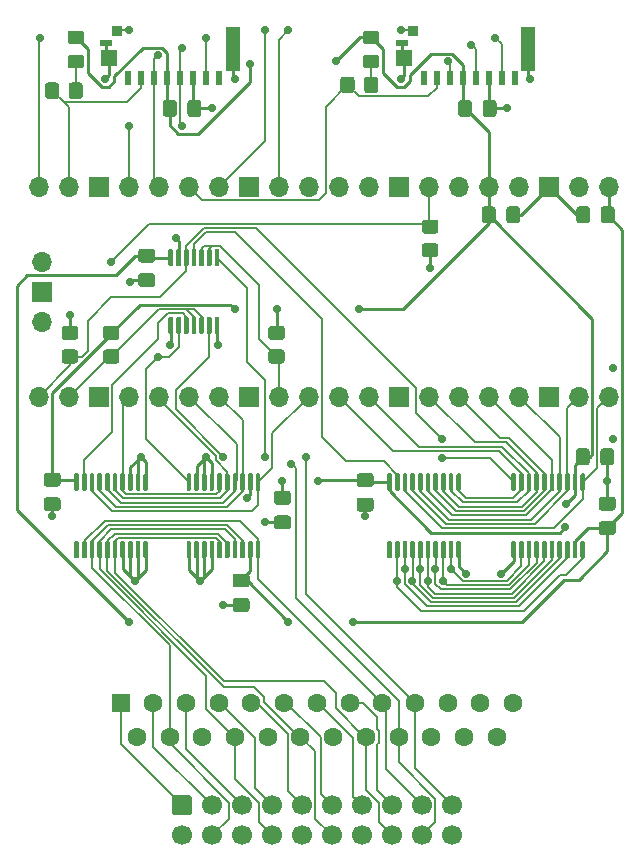
<source format=gbr>
%TF.GenerationSoftware,KiCad,Pcbnew,5.1.9+dfsg1-1*%
%TF.CreationDate,2023-01-11T12:06:23+00:00*%
%TF.ProjectId,Atari_ST_HDD_EMULATOR,41746172-695f-4535-945f-4844445f454d,1.0_dh219*%
%TF.SameCoordinates,Original*%
%TF.FileFunction,Copper,L1,Top*%
%TF.FilePolarity,Positive*%
%FSLAX46Y46*%
G04 Gerber Fmt 4.6, Leading zero omitted, Abs format (unit mm)*
G04 Created by KiCad (PCBNEW 5.1.9+dfsg1-1) date 2023-01-11 12:06:23*
%MOMM*%
%LPD*%
G01*
G04 APERTURE LIST*
%TA.AperFunction,SMDPad,CuDef*%
%ADD10R,0.939800X0.838200*%
%TD*%
%TA.AperFunction,SMDPad,CuDef*%
%ADD11R,0.990600X0.609600*%
%TD*%
%TA.AperFunction,SMDPad,CuDef*%
%ADD12R,1.447800X1.397000*%
%TD*%
%TA.AperFunction,SMDPad,CuDef*%
%ADD13R,1.193800X3.784600*%
%TD*%
%TA.AperFunction,SMDPad,CuDef*%
%ADD14R,0.609600X1.244600*%
%TD*%
%TA.AperFunction,ComponentPad*%
%ADD15O,1.700000X1.700000*%
%TD*%
%TA.AperFunction,ComponentPad*%
%ADD16R,1.700000X1.700000*%
%TD*%
%TA.AperFunction,ComponentPad*%
%ADD17C,1.700000*%
%TD*%
%TA.AperFunction,ComponentPad*%
%ADD18C,1.600000*%
%TD*%
%TA.AperFunction,ComponentPad*%
%ADD19R,1.600000X1.600000*%
%TD*%
%TA.AperFunction,ViaPad*%
%ADD20C,0.700000*%
%TD*%
%TA.AperFunction,Conductor*%
%ADD21C,0.250000*%
%TD*%
%TA.AperFunction,Conductor*%
%ADD22C,0.180000*%
%TD*%
G04 APERTURE END LIST*
%TO.P,U6,20*%
%TO.N,+3V3*%
%TA.AperFunction,SMDPad,CuDef*%
G36*
G01*
X134175000Y-89875000D02*
X133975000Y-89875000D01*
G75*
G02*
X133875000Y-89775000I0J100000D01*
G01*
X133875000Y-88500000D01*
G75*
G02*
X133975000Y-88400000I100000J0D01*
G01*
X134175000Y-88400000D01*
G75*
G02*
X134275000Y-88500000I0J-100000D01*
G01*
X134275000Y-89775000D01*
G75*
G02*
X134175000Y-89875000I-100000J0D01*
G01*
G37*
%TD.AperFunction*%
%TO.P,U6,19*%
%TO.N,/~CNTRLBUSENABLE*%
%TA.AperFunction,SMDPad,CuDef*%
G36*
G01*
X134825000Y-89875000D02*
X134625000Y-89875000D01*
G75*
G02*
X134525000Y-89775000I0J100000D01*
G01*
X134525000Y-88500000D01*
G75*
G02*
X134625000Y-88400000I100000J0D01*
G01*
X134825000Y-88400000D01*
G75*
G02*
X134925000Y-88500000I0J-100000D01*
G01*
X134925000Y-89775000D01*
G75*
G02*
X134825000Y-89875000I-100000J0D01*
G01*
G37*
%TD.AperFunction*%
%TO.P,U6,18*%
%TO.N,CS*%
%TA.AperFunction,SMDPad,CuDef*%
G36*
G01*
X135475000Y-89875000D02*
X135275000Y-89875000D01*
G75*
G02*
X135175000Y-89775000I0J100000D01*
G01*
X135175000Y-88500000D01*
G75*
G02*
X135275000Y-88400000I100000J0D01*
G01*
X135475000Y-88400000D01*
G75*
G02*
X135575000Y-88500000I0J-100000D01*
G01*
X135575000Y-89775000D01*
G75*
G02*
X135475000Y-89875000I-100000J0D01*
G01*
G37*
%TD.AperFunction*%
%TO.P,U6,17*%
%TO.N,RST*%
%TA.AperFunction,SMDPad,CuDef*%
G36*
G01*
X136125000Y-89875000D02*
X135925000Y-89875000D01*
G75*
G02*
X135825000Y-89775000I0J100000D01*
G01*
X135825000Y-88500000D01*
G75*
G02*
X135925000Y-88400000I100000J0D01*
G01*
X136125000Y-88400000D01*
G75*
G02*
X136225000Y-88500000I0J-100000D01*
G01*
X136225000Y-89775000D01*
G75*
G02*
X136125000Y-89875000I-100000J0D01*
G01*
G37*
%TD.AperFunction*%
%TO.P,U6,16*%
%TO.N,ACK*%
%TA.AperFunction,SMDPad,CuDef*%
G36*
G01*
X136775000Y-89875000D02*
X136575000Y-89875000D01*
G75*
G02*
X136475000Y-89775000I0J100000D01*
G01*
X136475000Y-88500000D01*
G75*
G02*
X136575000Y-88400000I100000J0D01*
G01*
X136775000Y-88400000D01*
G75*
G02*
X136875000Y-88500000I0J-100000D01*
G01*
X136875000Y-89775000D01*
G75*
G02*
X136775000Y-89875000I-100000J0D01*
G01*
G37*
%TD.AperFunction*%
%TO.P,U6,15*%
%TO.N,A1*%
%TA.AperFunction,SMDPad,CuDef*%
G36*
G01*
X137425000Y-89875000D02*
X137225000Y-89875000D01*
G75*
G02*
X137125000Y-89775000I0J100000D01*
G01*
X137125000Y-88500000D01*
G75*
G02*
X137225000Y-88400000I100000J0D01*
G01*
X137425000Y-88400000D01*
G75*
G02*
X137525000Y-88500000I0J-100000D01*
G01*
X137525000Y-89775000D01*
G75*
G02*
X137425000Y-89875000I-100000J0D01*
G01*
G37*
%TD.AperFunction*%
%TO.P,U6,14*%
%TO.N,RW*%
%TA.AperFunction,SMDPad,CuDef*%
G36*
G01*
X138075000Y-89875000D02*
X137875000Y-89875000D01*
G75*
G02*
X137775000Y-89775000I0J100000D01*
G01*
X137775000Y-88500000D01*
G75*
G02*
X137875000Y-88400000I100000J0D01*
G01*
X138075000Y-88400000D01*
G75*
G02*
X138175000Y-88500000I0J-100000D01*
G01*
X138175000Y-89775000D01*
G75*
G02*
X138075000Y-89875000I-100000J0D01*
G01*
G37*
%TD.AperFunction*%
%TO.P,U6,13*%
%TO.N,GND*%
%TA.AperFunction,SMDPad,CuDef*%
G36*
G01*
X138725000Y-89875000D02*
X138525000Y-89875000D01*
G75*
G02*
X138425000Y-89775000I0J100000D01*
G01*
X138425000Y-88500000D01*
G75*
G02*
X138525000Y-88400000I100000J0D01*
G01*
X138725000Y-88400000D01*
G75*
G02*
X138825000Y-88500000I0J-100000D01*
G01*
X138825000Y-89775000D01*
G75*
G02*
X138725000Y-89875000I-100000J0D01*
G01*
G37*
%TD.AperFunction*%
%TO.P,U6,12*%
%TA.AperFunction,SMDPad,CuDef*%
G36*
G01*
X139375000Y-89875000D02*
X139175000Y-89875000D01*
G75*
G02*
X139075000Y-89775000I0J100000D01*
G01*
X139075000Y-88500000D01*
G75*
G02*
X139175000Y-88400000I100000J0D01*
G01*
X139375000Y-88400000D01*
G75*
G02*
X139475000Y-88500000I0J-100000D01*
G01*
X139475000Y-89775000D01*
G75*
G02*
X139375000Y-89875000I-100000J0D01*
G01*
G37*
%TD.AperFunction*%
%TO.P,U6,11*%
%TA.AperFunction,SMDPad,CuDef*%
G36*
G01*
X140025000Y-89875000D02*
X139825000Y-89875000D01*
G75*
G02*
X139725000Y-89775000I0J100000D01*
G01*
X139725000Y-88500000D01*
G75*
G02*
X139825000Y-88400000I100000J0D01*
G01*
X140025000Y-88400000D01*
G75*
G02*
X140125000Y-88500000I0J-100000D01*
G01*
X140125000Y-89775000D01*
G75*
G02*
X140025000Y-89875000I-100000J0D01*
G01*
G37*
%TD.AperFunction*%
%TO.P,U6,10*%
%TA.AperFunction,SMDPad,CuDef*%
G36*
G01*
X140025000Y-95600000D02*
X139825000Y-95600000D01*
G75*
G02*
X139725000Y-95500000I0J100000D01*
G01*
X139725000Y-94225000D01*
G75*
G02*
X139825000Y-94125000I100000J0D01*
G01*
X140025000Y-94125000D01*
G75*
G02*
X140125000Y-94225000I0J-100000D01*
G01*
X140125000Y-95500000D01*
G75*
G02*
X140025000Y-95600000I-100000J0D01*
G01*
G37*
%TD.AperFunction*%
%TO.P,U6,9*%
%TA.AperFunction,SMDPad,CuDef*%
G36*
G01*
X139375000Y-95600000D02*
X139175000Y-95600000D01*
G75*
G02*
X139075000Y-95500000I0J100000D01*
G01*
X139075000Y-94225000D01*
G75*
G02*
X139175000Y-94125000I100000J0D01*
G01*
X139375000Y-94125000D01*
G75*
G02*
X139475000Y-94225000I0J-100000D01*
G01*
X139475000Y-95500000D01*
G75*
G02*
X139375000Y-95600000I-100000J0D01*
G01*
G37*
%TD.AperFunction*%
%TO.P,U6,8*%
%TA.AperFunction,SMDPad,CuDef*%
G36*
G01*
X138725000Y-95600000D02*
X138525000Y-95600000D01*
G75*
G02*
X138425000Y-95500000I0J100000D01*
G01*
X138425000Y-94225000D01*
G75*
G02*
X138525000Y-94125000I100000J0D01*
G01*
X138725000Y-94125000D01*
G75*
G02*
X138825000Y-94225000I0J-100000D01*
G01*
X138825000Y-95500000D01*
G75*
G02*
X138725000Y-95600000I-100000J0D01*
G01*
G37*
%TD.AperFunction*%
%TO.P,U6,7*%
%TA.AperFunction,SMDPad,CuDef*%
G36*
G01*
X138075000Y-95600000D02*
X137875000Y-95600000D01*
G75*
G02*
X137775000Y-95500000I0J100000D01*
G01*
X137775000Y-94225000D01*
G75*
G02*
X137875000Y-94125000I100000J0D01*
G01*
X138075000Y-94125000D01*
G75*
G02*
X138175000Y-94225000I0J-100000D01*
G01*
X138175000Y-95500000D01*
G75*
G02*
X138075000Y-95600000I-100000J0D01*
G01*
G37*
%TD.AperFunction*%
%TO.P,U6,6*%
%TO.N,ARW*%
%TA.AperFunction,SMDPad,CuDef*%
G36*
G01*
X137425000Y-95600000D02*
X137225000Y-95600000D01*
G75*
G02*
X137125000Y-95500000I0J100000D01*
G01*
X137125000Y-94225000D01*
G75*
G02*
X137225000Y-94125000I100000J0D01*
G01*
X137425000Y-94125000D01*
G75*
G02*
X137525000Y-94225000I0J-100000D01*
G01*
X137525000Y-95500000D01*
G75*
G02*
X137425000Y-95600000I-100000J0D01*
G01*
G37*
%TD.AperFunction*%
%TO.P,U6,5*%
%TO.N,AA1*%
%TA.AperFunction,SMDPad,CuDef*%
G36*
G01*
X136775000Y-95600000D02*
X136575000Y-95600000D01*
G75*
G02*
X136475000Y-95500000I0J100000D01*
G01*
X136475000Y-94225000D01*
G75*
G02*
X136575000Y-94125000I100000J0D01*
G01*
X136775000Y-94125000D01*
G75*
G02*
X136875000Y-94225000I0J-100000D01*
G01*
X136875000Y-95500000D01*
G75*
G02*
X136775000Y-95600000I-100000J0D01*
G01*
G37*
%TD.AperFunction*%
%TO.P,U6,4*%
%TO.N,AACK*%
%TA.AperFunction,SMDPad,CuDef*%
G36*
G01*
X136125000Y-95600000D02*
X135925000Y-95600000D01*
G75*
G02*
X135825000Y-95500000I0J100000D01*
G01*
X135825000Y-94225000D01*
G75*
G02*
X135925000Y-94125000I100000J0D01*
G01*
X136125000Y-94125000D01*
G75*
G02*
X136225000Y-94225000I0J-100000D01*
G01*
X136225000Y-95500000D01*
G75*
G02*
X136125000Y-95600000I-100000J0D01*
G01*
G37*
%TD.AperFunction*%
%TO.P,U6,3*%
%TO.N,ARST*%
%TA.AperFunction,SMDPad,CuDef*%
G36*
G01*
X135475000Y-95600000D02*
X135275000Y-95600000D01*
G75*
G02*
X135175000Y-95500000I0J100000D01*
G01*
X135175000Y-94225000D01*
G75*
G02*
X135275000Y-94125000I100000J0D01*
G01*
X135475000Y-94125000D01*
G75*
G02*
X135575000Y-94225000I0J-100000D01*
G01*
X135575000Y-95500000D01*
G75*
G02*
X135475000Y-95600000I-100000J0D01*
G01*
G37*
%TD.AperFunction*%
%TO.P,U6,2*%
%TO.N,ACS*%
%TA.AperFunction,SMDPad,CuDef*%
G36*
G01*
X134825000Y-95600000D02*
X134625000Y-95600000D01*
G75*
G02*
X134525000Y-95500000I0J100000D01*
G01*
X134525000Y-94225000D01*
G75*
G02*
X134625000Y-94125000I100000J0D01*
G01*
X134825000Y-94125000D01*
G75*
G02*
X134925000Y-94225000I0J-100000D01*
G01*
X134925000Y-95500000D01*
G75*
G02*
X134825000Y-95600000I-100000J0D01*
G01*
G37*
%TD.AperFunction*%
%TO.P,U6,1*%
%TO.N,Net-(U6-Pad1)*%
%TA.AperFunction,SMDPad,CuDef*%
G36*
G01*
X134175000Y-95600000D02*
X133975000Y-95600000D01*
G75*
G02*
X133875000Y-95500000I0J100000D01*
G01*
X133875000Y-94225000D01*
G75*
G02*
X133975000Y-94125000I100000J0D01*
G01*
X134175000Y-94125000D01*
G75*
G02*
X134275000Y-94225000I0J-100000D01*
G01*
X134275000Y-95500000D01*
G75*
G02*
X134175000Y-95600000I-100000J0D01*
G01*
G37*
%TD.AperFunction*%
%TD*%
%TO.P,U5,20*%
%TO.N,+3V3*%
%TA.AperFunction,SMDPad,CuDef*%
G36*
G01*
X160675000Y-89875000D02*
X160475000Y-89875000D01*
G75*
G02*
X160375000Y-89775000I0J100000D01*
G01*
X160375000Y-88500000D01*
G75*
G02*
X160475000Y-88400000I100000J0D01*
G01*
X160675000Y-88400000D01*
G75*
G02*
X160775000Y-88500000I0J-100000D01*
G01*
X160775000Y-89775000D01*
G75*
G02*
X160675000Y-89875000I-100000J0D01*
G01*
G37*
%TD.AperFunction*%
%TO.P,U5,19*%
%TO.N,/~DATABUSENABLE*%
%TA.AperFunction,SMDPad,CuDef*%
G36*
G01*
X161325000Y-89875000D02*
X161125000Y-89875000D01*
G75*
G02*
X161025000Y-89775000I0J100000D01*
G01*
X161025000Y-88500000D01*
G75*
G02*
X161125000Y-88400000I100000J0D01*
G01*
X161325000Y-88400000D01*
G75*
G02*
X161425000Y-88500000I0J-100000D01*
G01*
X161425000Y-89775000D01*
G75*
G02*
X161325000Y-89875000I-100000J0D01*
G01*
G37*
%TD.AperFunction*%
%TO.P,U5,18*%
%TO.N,/D0*%
%TA.AperFunction,SMDPad,CuDef*%
G36*
G01*
X161975000Y-89875000D02*
X161775000Y-89875000D01*
G75*
G02*
X161675000Y-89775000I0J100000D01*
G01*
X161675000Y-88500000D01*
G75*
G02*
X161775000Y-88400000I100000J0D01*
G01*
X161975000Y-88400000D01*
G75*
G02*
X162075000Y-88500000I0J-100000D01*
G01*
X162075000Y-89775000D01*
G75*
G02*
X161975000Y-89875000I-100000J0D01*
G01*
G37*
%TD.AperFunction*%
%TO.P,U5,17*%
%TO.N,/D1*%
%TA.AperFunction,SMDPad,CuDef*%
G36*
G01*
X162625000Y-89875000D02*
X162425000Y-89875000D01*
G75*
G02*
X162325000Y-89775000I0J100000D01*
G01*
X162325000Y-88500000D01*
G75*
G02*
X162425000Y-88400000I100000J0D01*
G01*
X162625000Y-88400000D01*
G75*
G02*
X162725000Y-88500000I0J-100000D01*
G01*
X162725000Y-89775000D01*
G75*
G02*
X162625000Y-89875000I-100000J0D01*
G01*
G37*
%TD.AperFunction*%
%TO.P,U5,16*%
%TO.N,/D2*%
%TA.AperFunction,SMDPad,CuDef*%
G36*
G01*
X163275000Y-89875000D02*
X163075000Y-89875000D01*
G75*
G02*
X162975000Y-89775000I0J100000D01*
G01*
X162975000Y-88500000D01*
G75*
G02*
X163075000Y-88400000I100000J0D01*
G01*
X163275000Y-88400000D01*
G75*
G02*
X163375000Y-88500000I0J-100000D01*
G01*
X163375000Y-89775000D01*
G75*
G02*
X163275000Y-89875000I-100000J0D01*
G01*
G37*
%TD.AperFunction*%
%TO.P,U5,15*%
%TO.N,/D3*%
%TA.AperFunction,SMDPad,CuDef*%
G36*
G01*
X163925000Y-89875000D02*
X163725000Y-89875000D01*
G75*
G02*
X163625000Y-89775000I0J100000D01*
G01*
X163625000Y-88500000D01*
G75*
G02*
X163725000Y-88400000I100000J0D01*
G01*
X163925000Y-88400000D01*
G75*
G02*
X164025000Y-88500000I0J-100000D01*
G01*
X164025000Y-89775000D01*
G75*
G02*
X163925000Y-89875000I-100000J0D01*
G01*
G37*
%TD.AperFunction*%
%TO.P,U5,14*%
%TO.N,/D4*%
%TA.AperFunction,SMDPad,CuDef*%
G36*
G01*
X164575000Y-89875000D02*
X164375000Y-89875000D01*
G75*
G02*
X164275000Y-89775000I0J100000D01*
G01*
X164275000Y-88500000D01*
G75*
G02*
X164375000Y-88400000I100000J0D01*
G01*
X164575000Y-88400000D01*
G75*
G02*
X164675000Y-88500000I0J-100000D01*
G01*
X164675000Y-89775000D01*
G75*
G02*
X164575000Y-89875000I-100000J0D01*
G01*
G37*
%TD.AperFunction*%
%TO.P,U5,13*%
%TO.N,/D5*%
%TA.AperFunction,SMDPad,CuDef*%
G36*
G01*
X165225000Y-89875000D02*
X165025000Y-89875000D01*
G75*
G02*
X164925000Y-89775000I0J100000D01*
G01*
X164925000Y-88500000D01*
G75*
G02*
X165025000Y-88400000I100000J0D01*
G01*
X165225000Y-88400000D01*
G75*
G02*
X165325000Y-88500000I0J-100000D01*
G01*
X165325000Y-89775000D01*
G75*
G02*
X165225000Y-89875000I-100000J0D01*
G01*
G37*
%TD.AperFunction*%
%TO.P,U5,12*%
%TO.N,/D6*%
%TA.AperFunction,SMDPad,CuDef*%
G36*
G01*
X165875000Y-89875000D02*
X165675000Y-89875000D01*
G75*
G02*
X165575000Y-89775000I0J100000D01*
G01*
X165575000Y-88500000D01*
G75*
G02*
X165675000Y-88400000I100000J0D01*
G01*
X165875000Y-88400000D01*
G75*
G02*
X165975000Y-88500000I0J-100000D01*
G01*
X165975000Y-89775000D01*
G75*
G02*
X165875000Y-89875000I-100000J0D01*
G01*
G37*
%TD.AperFunction*%
%TO.P,U5,11*%
%TO.N,/D7*%
%TA.AperFunction,SMDPad,CuDef*%
G36*
G01*
X166525000Y-89875000D02*
X166325000Y-89875000D01*
G75*
G02*
X166225000Y-89775000I0J100000D01*
G01*
X166225000Y-88500000D01*
G75*
G02*
X166325000Y-88400000I100000J0D01*
G01*
X166525000Y-88400000D01*
G75*
G02*
X166625000Y-88500000I0J-100000D01*
G01*
X166625000Y-89775000D01*
G75*
G02*
X166525000Y-89875000I-100000J0D01*
G01*
G37*
%TD.AperFunction*%
%TO.P,U5,10*%
%TO.N,GND*%
%TA.AperFunction,SMDPad,CuDef*%
G36*
G01*
X166525000Y-95600000D02*
X166325000Y-95600000D01*
G75*
G02*
X166225000Y-95500000I0J100000D01*
G01*
X166225000Y-94225000D01*
G75*
G02*
X166325000Y-94125000I100000J0D01*
G01*
X166525000Y-94125000D01*
G75*
G02*
X166625000Y-94225000I0J-100000D01*
G01*
X166625000Y-95500000D01*
G75*
G02*
X166525000Y-95600000I-100000J0D01*
G01*
G37*
%TD.AperFunction*%
%TO.P,U5,9*%
%TO.N,AD7*%
%TA.AperFunction,SMDPad,CuDef*%
G36*
G01*
X165875000Y-95600000D02*
X165675000Y-95600000D01*
G75*
G02*
X165575000Y-95500000I0J100000D01*
G01*
X165575000Y-94225000D01*
G75*
G02*
X165675000Y-94125000I100000J0D01*
G01*
X165875000Y-94125000D01*
G75*
G02*
X165975000Y-94225000I0J-100000D01*
G01*
X165975000Y-95500000D01*
G75*
G02*
X165875000Y-95600000I-100000J0D01*
G01*
G37*
%TD.AperFunction*%
%TO.P,U5,8*%
%TO.N,AD6*%
%TA.AperFunction,SMDPad,CuDef*%
G36*
G01*
X165225000Y-95600000D02*
X165025000Y-95600000D01*
G75*
G02*
X164925000Y-95500000I0J100000D01*
G01*
X164925000Y-94225000D01*
G75*
G02*
X165025000Y-94125000I100000J0D01*
G01*
X165225000Y-94125000D01*
G75*
G02*
X165325000Y-94225000I0J-100000D01*
G01*
X165325000Y-95500000D01*
G75*
G02*
X165225000Y-95600000I-100000J0D01*
G01*
G37*
%TD.AperFunction*%
%TO.P,U5,7*%
%TO.N,AD5*%
%TA.AperFunction,SMDPad,CuDef*%
G36*
G01*
X164575000Y-95600000D02*
X164375000Y-95600000D01*
G75*
G02*
X164275000Y-95500000I0J100000D01*
G01*
X164275000Y-94225000D01*
G75*
G02*
X164375000Y-94125000I100000J0D01*
G01*
X164575000Y-94125000D01*
G75*
G02*
X164675000Y-94225000I0J-100000D01*
G01*
X164675000Y-95500000D01*
G75*
G02*
X164575000Y-95600000I-100000J0D01*
G01*
G37*
%TD.AperFunction*%
%TO.P,U5,6*%
%TO.N,/AD4*%
%TA.AperFunction,SMDPad,CuDef*%
G36*
G01*
X163925000Y-95600000D02*
X163725000Y-95600000D01*
G75*
G02*
X163625000Y-95500000I0J100000D01*
G01*
X163625000Y-94225000D01*
G75*
G02*
X163725000Y-94125000I100000J0D01*
G01*
X163925000Y-94125000D01*
G75*
G02*
X164025000Y-94225000I0J-100000D01*
G01*
X164025000Y-95500000D01*
G75*
G02*
X163925000Y-95600000I-100000J0D01*
G01*
G37*
%TD.AperFunction*%
%TO.P,U5,5*%
%TO.N,/AD3*%
%TA.AperFunction,SMDPad,CuDef*%
G36*
G01*
X163275000Y-95600000D02*
X163075000Y-95600000D01*
G75*
G02*
X162975000Y-95500000I0J100000D01*
G01*
X162975000Y-94225000D01*
G75*
G02*
X163075000Y-94125000I100000J0D01*
G01*
X163275000Y-94125000D01*
G75*
G02*
X163375000Y-94225000I0J-100000D01*
G01*
X163375000Y-95500000D01*
G75*
G02*
X163275000Y-95600000I-100000J0D01*
G01*
G37*
%TD.AperFunction*%
%TO.P,U5,4*%
%TO.N,/AD2*%
%TA.AperFunction,SMDPad,CuDef*%
G36*
G01*
X162625000Y-95600000D02*
X162425000Y-95600000D01*
G75*
G02*
X162325000Y-95500000I0J100000D01*
G01*
X162325000Y-94225000D01*
G75*
G02*
X162425000Y-94125000I100000J0D01*
G01*
X162625000Y-94125000D01*
G75*
G02*
X162725000Y-94225000I0J-100000D01*
G01*
X162725000Y-95500000D01*
G75*
G02*
X162625000Y-95600000I-100000J0D01*
G01*
G37*
%TD.AperFunction*%
%TO.P,U5,3*%
%TO.N,/AD1*%
%TA.AperFunction,SMDPad,CuDef*%
G36*
G01*
X161975000Y-95600000D02*
X161775000Y-95600000D01*
G75*
G02*
X161675000Y-95500000I0J100000D01*
G01*
X161675000Y-94225000D01*
G75*
G02*
X161775000Y-94125000I100000J0D01*
G01*
X161975000Y-94125000D01*
G75*
G02*
X162075000Y-94225000I0J-100000D01*
G01*
X162075000Y-95500000D01*
G75*
G02*
X161975000Y-95600000I-100000J0D01*
G01*
G37*
%TD.AperFunction*%
%TO.P,U5,2*%
%TO.N,/AD0*%
%TA.AperFunction,SMDPad,CuDef*%
G36*
G01*
X161325000Y-95600000D02*
X161125000Y-95600000D01*
G75*
G02*
X161025000Y-95500000I0J100000D01*
G01*
X161025000Y-94225000D01*
G75*
G02*
X161125000Y-94125000I100000J0D01*
G01*
X161325000Y-94125000D01*
G75*
G02*
X161425000Y-94225000I0J-100000D01*
G01*
X161425000Y-95500000D01*
G75*
G02*
X161325000Y-95600000I-100000J0D01*
G01*
G37*
%TD.AperFunction*%
%TO.P,U5,1*%
%TO.N,Net-(U5-Pad1)*%
%TA.AperFunction,SMDPad,CuDef*%
G36*
G01*
X160675000Y-95600000D02*
X160475000Y-95600000D01*
G75*
G02*
X160375000Y-95500000I0J100000D01*
G01*
X160375000Y-94225000D01*
G75*
G02*
X160475000Y-94125000I100000J0D01*
G01*
X160675000Y-94125000D01*
G75*
G02*
X160775000Y-94225000I0J-100000D01*
G01*
X160775000Y-95500000D01*
G75*
G02*
X160675000Y-95600000I-100000J0D01*
G01*
G37*
%TD.AperFunction*%
%TD*%
%TO.P,C6,2*%
%TO.N,GND*%
%TA.AperFunction,SMDPad,CuDef*%
G36*
G01*
X131525000Y-90412500D02*
X132475000Y-90412500D01*
G75*
G02*
X132725000Y-90662500I0J-250000D01*
G01*
X132725000Y-91337500D01*
G75*
G02*
X132475000Y-91587500I-250000J0D01*
G01*
X131525000Y-91587500D01*
G75*
G02*
X131275000Y-91337500I0J250000D01*
G01*
X131275000Y-90662500D01*
G75*
G02*
X131525000Y-90412500I250000J0D01*
G01*
G37*
%TD.AperFunction*%
%TO.P,C6,1*%
%TO.N,+3V3*%
%TA.AperFunction,SMDPad,CuDef*%
G36*
G01*
X131525000Y-88337500D02*
X132475000Y-88337500D01*
G75*
G02*
X132725000Y-88587500I0J-250000D01*
G01*
X132725000Y-89262500D01*
G75*
G02*
X132475000Y-89512500I-250000J0D01*
G01*
X131525000Y-89512500D01*
G75*
G02*
X131275000Y-89262500I0J250000D01*
G01*
X131275000Y-88587500D01*
G75*
G02*
X131525000Y-88337500I250000J0D01*
G01*
G37*
%TD.AperFunction*%
%TD*%
%TO.P,C1,2*%
%TO.N,GND*%
%TA.AperFunction,SMDPad,CuDef*%
G36*
G01*
X158025000Y-90450000D02*
X158975000Y-90450000D01*
G75*
G02*
X159225000Y-90700000I0J-250000D01*
G01*
X159225000Y-91375000D01*
G75*
G02*
X158975000Y-91625000I-250000J0D01*
G01*
X158025000Y-91625000D01*
G75*
G02*
X157775000Y-91375000I0J250000D01*
G01*
X157775000Y-90700000D01*
G75*
G02*
X158025000Y-90450000I250000J0D01*
G01*
G37*
%TD.AperFunction*%
%TO.P,C1,1*%
%TO.N,+3V3*%
%TA.AperFunction,SMDPad,CuDef*%
G36*
G01*
X158025000Y-88375000D02*
X158975000Y-88375000D01*
G75*
G02*
X159225000Y-88625000I0J-250000D01*
G01*
X159225000Y-89300000D01*
G75*
G02*
X158975000Y-89550000I-250000J0D01*
G01*
X158025000Y-89550000D01*
G75*
G02*
X157775000Y-89300000I0J250000D01*
G01*
X157775000Y-88625000D01*
G75*
G02*
X158025000Y-88375000I250000J0D01*
G01*
G37*
%TD.AperFunction*%
%TD*%
%TO.P,C2,2*%
%TO.N,GND*%
%TA.AperFunction,SMDPad,CuDef*%
G36*
G01*
X147525000Y-98950000D02*
X148475000Y-98950000D01*
G75*
G02*
X148725000Y-99200000I0J-250000D01*
G01*
X148725000Y-99875000D01*
G75*
G02*
X148475000Y-100125000I-250000J0D01*
G01*
X147525000Y-100125000D01*
G75*
G02*
X147275000Y-99875000I0J250000D01*
G01*
X147275000Y-99200000D01*
G75*
G02*
X147525000Y-98950000I250000J0D01*
G01*
G37*
%TD.AperFunction*%
%TO.P,C2,1*%
%TO.N,+5V*%
%TA.AperFunction,SMDPad,CuDef*%
G36*
G01*
X147525000Y-96875000D02*
X148475000Y-96875000D01*
G75*
G02*
X148725000Y-97125000I0J-250000D01*
G01*
X148725000Y-97800000D01*
G75*
G02*
X148475000Y-98050000I-250000J0D01*
G01*
X147525000Y-98050000D01*
G75*
G02*
X147275000Y-97800000I0J250000D01*
G01*
X147275000Y-97125000D01*
G75*
G02*
X147525000Y-96875000I250000J0D01*
G01*
G37*
%TD.AperFunction*%
%TD*%
%TO.P,C7,2*%
%TO.N,GND*%
%TA.AperFunction,SMDPad,CuDef*%
G36*
G01*
X139525000Y-71450000D02*
X140475000Y-71450000D01*
G75*
G02*
X140725000Y-71700000I0J-250000D01*
G01*
X140725000Y-72375000D01*
G75*
G02*
X140475000Y-72625000I-250000J0D01*
G01*
X139525000Y-72625000D01*
G75*
G02*
X139275000Y-72375000I0J250000D01*
G01*
X139275000Y-71700000D01*
G75*
G02*
X139525000Y-71450000I250000J0D01*
G01*
G37*
%TD.AperFunction*%
%TO.P,C7,1*%
%TO.N,+5V*%
%TA.AperFunction,SMDPad,CuDef*%
G36*
G01*
X139525000Y-69375000D02*
X140475000Y-69375000D01*
G75*
G02*
X140725000Y-69625000I0J-250000D01*
G01*
X140725000Y-70300000D01*
G75*
G02*
X140475000Y-70550000I-250000J0D01*
G01*
X139525000Y-70550000D01*
G75*
G02*
X139275000Y-70300000I0J250000D01*
G01*
X139275000Y-69625000D01*
G75*
G02*
X139525000Y-69375000I250000J0D01*
G01*
G37*
%TD.AperFunction*%
%TD*%
%TO.P,C3,2*%
%TO.N,GND*%
%TA.AperFunction,SMDPad,CuDef*%
G36*
G01*
X179475000Y-91550000D02*
X178525000Y-91550000D01*
G75*
G02*
X178275000Y-91300000I0J250000D01*
G01*
X178275000Y-90625000D01*
G75*
G02*
X178525000Y-90375000I250000J0D01*
G01*
X179475000Y-90375000D01*
G75*
G02*
X179725000Y-90625000I0J-250000D01*
G01*
X179725000Y-91300000D01*
G75*
G02*
X179475000Y-91550000I-250000J0D01*
G01*
G37*
%TD.AperFunction*%
%TO.P,C3,1*%
%TO.N,+5V*%
%TA.AperFunction,SMDPad,CuDef*%
G36*
G01*
X179475000Y-93625000D02*
X178525000Y-93625000D01*
G75*
G02*
X178275000Y-93375000I0J250000D01*
G01*
X178275000Y-92700000D01*
G75*
G02*
X178525000Y-92450000I250000J0D01*
G01*
X179475000Y-92450000D01*
G75*
G02*
X179725000Y-92700000I0J-250000D01*
G01*
X179725000Y-93375000D01*
G75*
G02*
X179475000Y-93625000I-250000J0D01*
G01*
G37*
%TD.AperFunction*%
%TD*%
%TO.P,C4,2*%
%TO.N,GND*%
%TA.AperFunction,SMDPad,CuDef*%
G36*
G01*
X151025000Y-91950000D02*
X151975000Y-91950000D01*
G75*
G02*
X152225000Y-92200000I0J-250000D01*
G01*
X152225000Y-92875000D01*
G75*
G02*
X151975000Y-93125000I-250000J0D01*
G01*
X151025000Y-93125000D01*
G75*
G02*
X150775000Y-92875000I0J250000D01*
G01*
X150775000Y-92200000D01*
G75*
G02*
X151025000Y-91950000I250000J0D01*
G01*
G37*
%TD.AperFunction*%
%TO.P,C4,1*%
%TO.N,+3V3*%
%TA.AperFunction,SMDPad,CuDef*%
G36*
G01*
X151025000Y-89875000D02*
X151975000Y-89875000D01*
G75*
G02*
X152225000Y-90125000I0J-250000D01*
G01*
X152225000Y-90800000D01*
G75*
G02*
X151975000Y-91050000I-250000J0D01*
G01*
X151025000Y-91050000D01*
G75*
G02*
X150775000Y-90800000I0J250000D01*
G01*
X150775000Y-90125000D01*
G75*
G02*
X151025000Y-89875000I250000J0D01*
G01*
G37*
%TD.AperFunction*%
%TD*%
%TO.P,C5,2*%
%TO.N,GND*%
%TA.AperFunction,SMDPad,CuDef*%
G36*
G01*
X178412500Y-87475000D02*
X178412500Y-86525000D01*
G75*
G02*
X178662500Y-86275000I250000J0D01*
G01*
X179337500Y-86275000D01*
G75*
G02*
X179587500Y-86525000I0J-250000D01*
G01*
X179587500Y-87475000D01*
G75*
G02*
X179337500Y-87725000I-250000J0D01*
G01*
X178662500Y-87725000D01*
G75*
G02*
X178412500Y-87475000I0J250000D01*
G01*
G37*
%TD.AperFunction*%
%TO.P,C5,1*%
%TO.N,+3V3*%
%TA.AperFunction,SMDPad,CuDef*%
G36*
G01*
X176337500Y-87475000D02*
X176337500Y-86525000D01*
G75*
G02*
X176587500Y-86275000I250000J0D01*
G01*
X177262500Y-86275000D01*
G75*
G02*
X177512500Y-86525000I0J-250000D01*
G01*
X177512500Y-87475000D01*
G75*
G02*
X177262500Y-87725000I-250000J0D01*
G01*
X176587500Y-87725000D01*
G75*
G02*
X176337500Y-87475000I0J250000D01*
G01*
G37*
%TD.AperFunction*%
%TD*%
D10*
%TO.P,J4,G4*%
%TO.N,CD0*%
X137525000Y-50980899D03*
D11*
%TO.P,J4,G3*%
%TO.N,GND*%
X136600001Y-51955901D03*
D12*
%TO.P,J4,G2*%
X136825499Y-53205901D03*
D13*
%TO.P,J4,G1*%
X147299964Y-52450901D03*
D14*
%TO.P,J4,P8*%
%TO.N,Net-(J4-PadP8)*%
X146149999Y-54930899D03*
%TO.P,J4,P7*%
%TO.N,SPI_RX*%
X145050002Y-54930899D03*
%TO.P,J4,P6*%
%TO.N,GND*%
X143950001Y-54930899D03*
%TO.P,J4,P5*%
%TO.N,SPI_CLK*%
X142850001Y-54930899D03*
%TO.P,J4,P4*%
%TO.N,+3V3*%
X141750000Y-54930899D03*
%TO.P,J4,P3*%
%TO.N,SPI_TX*%
X140650000Y-54930899D03*
%TO.P,J4,P2*%
%TO.N,CS0*%
X139550000Y-54930899D03*
%TO.P,J4,P1*%
%TO.N,Net-(J4-PadP1)*%
X138449999Y-54930899D03*
%TD*%
D15*
%TO.P,U4,43*%
%TO.N,Net-(U4-Pad43)*%
X131100000Y-70460000D03*
D16*
%TO.P,U4,42*%
%TO.N,Net-(U4-Pad42)*%
X131100000Y-73000000D03*
D15*
%TO.P,U4,41*%
%TO.N,Net-(U4-Pad41)*%
X131100000Y-75540000D03*
%TO.P,U4,40*%
%TO.N,+5V*%
X179130000Y-64110000D03*
%TO.P,U4,39*%
%TO.N,Net-(U4-Pad39)*%
X176590000Y-64110000D03*
D16*
%TO.P,U4,38*%
%TO.N,GND*%
X174050000Y-64110000D03*
D15*
%TO.P,U4,37*%
%TO.N,Net-(U4-Pad37)*%
X171510000Y-64110000D03*
%TO.P,U4,36*%
%TO.N,+3V3*%
X168970000Y-64110000D03*
%TO.P,U4,35*%
%TO.N,Net-(U4-Pad35)*%
X166430000Y-64110000D03*
%TO.P,U4,34*%
%TO.N,CNTRLBUSENABLE*%
X163890000Y-64110000D03*
D16*
%TO.P,U4,33*%
%TO.N,GND*%
X161350000Y-64110000D03*
D15*
%TO.P,U4,32*%
%TO.N,Net-(U4-Pad32)*%
X158810000Y-64110000D03*
%TO.P,U4,31*%
%TO.N,Net-(U4-Pad31)*%
X156270000Y-64110000D03*
%TO.P,U4,30*%
%TO.N,Net-(U4-Pad30)*%
X153730000Y-64110000D03*
%TO.P,U4,29*%
%TO.N,CD1*%
X151190000Y-64110000D03*
D16*
%TO.P,U4,28*%
%TO.N,GND*%
X148650000Y-64110000D03*
D15*
%TO.P,U4,27*%
%TO.N,CD0*%
X146110000Y-64110000D03*
%TO.P,U4,26*%
%TO.N,CS1*%
X143570000Y-64110000D03*
%TO.P,U4,25*%
%TO.N,SPI_TX*%
X141030000Y-64110000D03*
%TO.P,U4,24*%
%TO.N,SPI_CLK*%
X138490000Y-64110000D03*
D16*
%TO.P,U4,23*%
%TO.N,GND*%
X135950000Y-64110000D03*
D15*
%TO.P,U4,22*%
%TO.N,CS0*%
X133410000Y-64110000D03*
%TO.P,U4,21*%
%TO.N,SPI_RX*%
X130870000Y-64110000D03*
%TO.P,U4,20*%
%TO.N,DATABUSENABLE*%
X130870000Y-81890000D03*
%TO.P,U4,19*%
%TO.N,DRQ*%
X133410000Y-81890000D03*
D16*
%TO.P,U4,18*%
%TO.N,GND*%
X135950000Y-81890000D03*
D15*
%TO.P,U4,17*%
%TO.N,RW*%
X138490000Y-81890000D03*
%TO.P,U4,16*%
%TO.N,A1*%
X141030000Y-81890000D03*
%TO.P,U4,15*%
%TO.N,ACK*%
X143570000Y-81890000D03*
%TO.P,U4,14*%
%TO.N,RST*%
X146110000Y-81890000D03*
D16*
%TO.P,U4,13*%
%TO.N,GND*%
X148650000Y-81890000D03*
D15*
%TO.P,U4,12*%
%TO.N,IRQ*%
X151190000Y-81890000D03*
%TO.P,U4,11*%
%TO.N,CS*%
X153730000Y-81890000D03*
%TO.P,U4,10*%
%TO.N,/D7*%
X156270000Y-81890000D03*
%TO.P,U4,9*%
%TO.N,/D6*%
X158810000Y-81890000D03*
D16*
%TO.P,U4,8*%
%TO.N,GND*%
X161350000Y-81890000D03*
D15*
%TO.P,U4,7*%
%TO.N,/D5*%
X163890000Y-81890000D03*
%TO.P,U4,6*%
%TO.N,/D4*%
X166430000Y-81890000D03*
%TO.P,U4,5*%
%TO.N,/D3*%
X168970000Y-81890000D03*
%TO.P,U4,4*%
%TO.N,/D2*%
X171510000Y-81890000D03*
D16*
%TO.P,U4,3*%
%TO.N,GND*%
X174050000Y-81890000D03*
D15*
%TO.P,U4,2*%
%TO.N,/D1*%
X176590000Y-81890000D03*
%TO.P,U4,1*%
%TO.N,/D0*%
X179130000Y-81890000D03*
%TD*%
D17*
%TO.P,J2,20*%
%TO.N,Net-(J2-Pad20)*%
X165860000Y-119040000D03*
%TO.P,J2,18*%
%TO.N,ADRQ*%
X163320000Y-119040000D03*
%TO.P,J2,16*%
%TO.N,ARW*%
X160780000Y-119040000D03*
%TO.P,J2,14*%
%TO.N,GND*%
X158240000Y-119040000D03*
%TO.P,J2,12*%
%TO.N,AA1*%
X155700000Y-119040000D03*
%TO.P,J2,10*%
%TO.N,GND*%
X153160000Y-119040000D03*
%TO.P,J2,8*%
%TO.N,AACK*%
X150620000Y-119040000D03*
%TO.P,J2,6*%
%TO.N,GND*%
X148080000Y-119040000D03*
%TO.P,J2,4*%
%TO.N,ARST*%
X145540000Y-119040000D03*
%TO.P,J2,2*%
%TO.N,GND*%
X143000000Y-119040000D03*
%TO.P,J2,19*%
%TO.N,AIRQ*%
X165860000Y-116500000D03*
%TO.P,J2,17*%
%TO.N,ACS*%
X163320000Y-116500000D03*
%TO.P,J2,15*%
%TO.N,AD7*%
X160780000Y-116500000D03*
%TO.P,J2,13*%
%TO.N,AD6*%
X158240000Y-116500000D03*
%TO.P,J2,11*%
%TO.N,AD5*%
X155700000Y-116500000D03*
%TO.P,J2,9*%
%TO.N,/AD4*%
X153160000Y-116500000D03*
%TO.P,J2,7*%
%TO.N,/AD3*%
X150620000Y-116500000D03*
%TO.P,J2,5*%
%TO.N,/AD2*%
X148080000Y-116500000D03*
%TO.P,J2,3*%
%TO.N,/AD1*%
X145540000Y-116500000D03*
%TO.P,J2,1*%
%TO.N,/AD0*%
%TA.AperFunction,ComponentPad*%
G36*
G01*
X142400000Y-115650000D02*
X143600000Y-115650000D01*
G75*
G02*
X143850000Y-115900000I0J-250000D01*
G01*
X143850000Y-117100000D01*
G75*
G02*
X143600000Y-117350000I-250000J0D01*
G01*
X142400000Y-117350000D01*
G75*
G02*
X142150000Y-117100000I0J250000D01*
G01*
X142150000Y-115900000D01*
G75*
G02*
X142400000Y-115650000I250000J0D01*
G01*
G37*
%TD.AperFunction*%
%TD*%
%TO.P,U3,14*%
%TO.N,+5V*%
%TA.AperFunction,SMDPad,CuDef*%
G36*
G01*
X142150000Y-70875000D02*
X141950000Y-70875000D01*
G75*
G02*
X141850000Y-70775000I0J100000D01*
G01*
X141850000Y-69500000D01*
G75*
G02*
X141950000Y-69400000I100000J0D01*
G01*
X142150000Y-69400000D01*
G75*
G02*
X142250000Y-69500000I0J-100000D01*
G01*
X142250000Y-70775000D01*
G75*
G02*
X142150000Y-70875000I-100000J0D01*
G01*
G37*
%TD.AperFunction*%
%TO.P,U3,13*%
%TO.N,GND*%
%TA.AperFunction,SMDPad,CuDef*%
G36*
G01*
X142800000Y-70875000D02*
X142600000Y-70875000D01*
G75*
G02*
X142500000Y-70775000I0J100000D01*
G01*
X142500000Y-69500000D01*
G75*
G02*
X142600000Y-69400000I100000J0D01*
G01*
X142800000Y-69400000D01*
G75*
G02*
X142900000Y-69500000I0J-100000D01*
G01*
X142900000Y-70775000D01*
G75*
G02*
X142800000Y-70875000I-100000J0D01*
G01*
G37*
%TD.AperFunction*%
%TO.P,U3,12*%
%TO.N,DATABUSENABLE*%
%TA.AperFunction,SMDPad,CuDef*%
G36*
G01*
X143450000Y-70875000D02*
X143250000Y-70875000D01*
G75*
G02*
X143150000Y-70775000I0J100000D01*
G01*
X143150000Y-69500000D01*
G75*
G02*
X143250000Y-69400000I100000J0D01*
G01*
X143450000Y-69400000D01*
G75*
G02*
X143550000Y-69500000I0J-100000D01*
G01*
X143550000Y-70775000D01*
G75*
G02*
X143450000Y-70875000I-100000J0D01*
G01*
G37*
%TD.AperFunction*%
%TO.P,U3,11*%
%TO.N,/~DATABUSENABLE*%
%TA.AperFunction,SMDPad,CuDef*%
G36*
G01*
X144100000Y-70875000D02*
X143900000Y-70875000D01*
G75*
G02*
X143800000Y-70775000I0J100000D01*
G01*
X143800000Y-69500000D01*
G75*
G02*
X143900000Y-69400000I100000J0D01*
G01*
X144100000Y-69400000D01*
G75*
G02*
X144200000Y-69500000I0J-100000D01*
G01*
X144200000Y-70775000D01*
G75*
G02*
X144100000Y-70875000I-100000J0D01*
G01*
G37*
%TD.AperFunction*%
%TO.P,U3,10*%
%TO.N,IRQ*%
%TA.AperFunction,SMDPad,CuDef*%
G36*
G01*
X144750000Y-70875000D02*
X144550000Y-70875000D01*
G75*
G02*
X144450000Y-70775000I0J100000D01*
G01*
X144450000Y-69500000D01*
G75*
G02*
X144550000Y-69400000I100000J0D01*
G01*
X144750000Y-69400000D01*
G75*
G02*
X144850000Y-69500000I0J-100000D01*
G01*
X144850000Y-70775000D01*
G75*
G02*
X144750000Y-70875000I-100000J0D01*
G01*
G37*
%TD.AperFunction*%
%TO.P,U3,9*%
%TA.AperFunction,SMDPad,CuDef*%
G36*
G01*
X145400000Y-70875000D02*
X145200000Y-70875000D01*
G75*
G02*
X145100000Y-70775000I0J100000D01*
G01*
X145100000Y-69500000D01*
G75*
G02*
X145200000Y-69400000I100000J0D01*
G01*
X145400000Y-69400000D01*
G75*
G02*
X145500000Y-69500000I0J-100000D01*
G01*
X145500000Y-70775000D01*
G75*
G02*
X145400000Y-70875000I-100000J0D01*
G01*
G37*
%TD.AperFunction*%
%TO.P,U3,8*%
%TO.N,AIRQ*%
%TA.AperFunction,SMDPad,CuDef*%
G36*
G01*
X146050000Y-70875000D02*
X145850000Y-70875000D01*
G75*
G02*
X145750000Y-70775000I0J100000D01*
G01*
X145750000Y-69500000D01*
G75*
G02*
X145850000Y-69400000I100000J0D01*
G01*
X146050000Y-69400000D01*
G75*
G02*
X146150000Y-69500000I0J-100000D01*
G01*
X146150000Y-70775000D01*
G75*
G02*
X146050000Y-70875000I-100000J0D01*
G01*
G37*
%TD.AperFunction*%
%TO.P,U3,7*%
%TO.N,GND*%
%TA.AperFunction,SMDPad,CuDef*%
G36*
G01*
X146050000Y-76600000D02*
X145850000Y-76600000D01*
G75*
G02*
X145750000Y-76500000I0J100000D01*
G01*
X145750000Y-75225000D01*
G75*
G02*
X145850000Y-75125000I100000J0D01*
G01*
X146050000Y-75125000D01*
G75*
G02*
X146150000Y-75225000I0J-100000D01*
G01*
X146150000Y-76500000D01*
G75*
G02*
X146050000Y-76600000I-100000J0D01*
G01*
G37*
%TD.AperFunction*%
%TO.P,U3,6*%
%TO.N,ADRQ*%
%TA.AperFunction,SMDPad,CuDef*%
G36*
G01*
X145400000Y-76600000D02*
X145200000Y-76600000D01*
G75*
G02*
X145100000Y-76500000I0J100000D01*
G01*
X145100000Y-75225000D01*
G75*
G02*
X145200000Y-75125000I100000J0D01*
G01*
X145400000Y-75125000D01*
G75*
G02*
X145500000Y-75225000I0J-100000D01*
G01*
X145500000Y-76500000D01*
G75*
G02*
X145400000Y-76600000I-100000J0D01*
G01*
G37*
%TD.AperFunction*%
%TO.P,U3,5*%
%TO.N,DRQ*%
%TA.AperFunction,SMDPad,CuDef*%
G36*
G01*
X144750000Y-76600000D02*
X144550000Y-76600000D01*
G75*
G02*
X144450000Y-76500000I0J100000D01*
G01*
X144450000Y-75225000D01*
G75*
G02*
X144550000Y-75125000I100000J0D01*
G01*
X144750000Y-75125000D01*
G75*
G02*
X144850000Y-75225000I0J-100000D01*
G01*
X144850000Y-76500000D01*
G75*
G02*
X144750000Y-76600000I-100000J0D01*
G01*
G37*
%TD.AperFunction*%
%TO.P,U3,4*%
%TA.AperFunction,SMDPad,CuDef*%
G36*
G01*
X144100000Y-76600000D02*
X143900000Y-76600000D01*
G75*
G02*
X143800000Y-76500000I0J100000D01*
G01*
X143800000Y-75225000D01*
G75*
G02*
X143900000Y-75125000I100000J0D01*
G01*
X144100000Y-75125000D01*
G75*
G02*
X144200000Y-75225000I0J-100000D01*
G01*
X144200000Y-76500000D01*
G75*
G02*
X144100000Y-76600000I-100000J0D01*
G01*
G37*
%TD.AperFunction*%
%TO.P,U3,3*%
%TO.N,/~CNTRLBUSENABLE*%
%TA.AperFunction,SMDPad,CuDef*%
G36*
G01*
X143450000Y-76600000D02*
X143250000Y-76600000D01*
G75*
G02*
X143150000Y-76500000I0J100000D01*
G01*
X143150000Y-75225000D01*
G75*
G02*
X143250000Y-75125000I100000J0D01*
G01*
X143450000Y-75125000D01*
G75*
G02*
X143550000Y-75225000I0J-100000D01*
G01*
X143550000Y-76500000D01*
G75*
G02*
X143450000Y-76600000I-100000J0D01*
G01*
G37*
%TD.AperFunction*%
%TO.P,U3,2*%
%TO.N,CNTRLBUSENABLE*%
%TA.AperFunction,SMDPad,CuDef*%
G36*
G01*
X142800000Y-76600000D02*
X142600000Y-76600000D01*
G75*
G02*
X142500000Y-76500000I0J100000D01*
G01*
X142500000Y-75225000D01*
G75*
G02*
X142600000Y-75125000I100000J0D01*
G01*
X142800000Y-75125000D01*
G75*
G02*
X142900000Y-75225000I0J-100000D01*
G01*
X142900000Y-76500000D01*
G75*
G02*
X142800000Y-76600000I-100000J0D01*
G01*
G37*
%TD.AperFunction*%
%TO.P,U3,1*%
%TO.N,GND*%
%TA.AperFunction,SMDPad,CuDef*%
G36*
G01*
X142150000Y-76600000D02*
X141950000Y-76600000D01*
G75*
G02*
X141850000Y-76500000I0J100000D01*
G01*
X141850000Y-75225000D01*
G75*
G02*
X141950000Y-75125000I100000J0D01*
G01*
X142150000Y-75125000D01*
G75*
G02*
X142250000Y-75225000I0J-100000D01*
G01*
X142250000Y-76500000D01*
G75*
G02*
X142150000Y-76600000I-100000J0D01*
G01*
G37*
%TD.AperFunction*%
%TD*%
%TO.P,R1,2*%
%TO.N,GND*%
%TA.AperFunction,SMDPad,CuDef*%
G36*
G01*
X163549999Y-68900000D02*
X164450001Y-68900000D01*
G75*
G02*
X164700000Y-69149999I0J-249999D01*
G01*
X164700000Y-69850001D01*
G75*
G02*
X164450001Y-70100000I-249999J0D01*
G01*
X163549999Y-70100000D01*
G75*
G02*
X163300000Y-69850001I0J249999D01*
G01*
X163300000Y-69149999D01*
G75*
G02*
X163549999Y-68900000I249999J0D01*
G01*
G37*
%TD.AperFunction*%
%TO.P,R1,1*%
%TO.N,CNTRLBUSENABLE*%
%TA.AperFunction,SMDPad,CuDef*%
G36*
G01*
X163549999Y-66900000D02*
X164450001Y-66900000D01*
G75*
G02*
X164700000Y-67149999I0J-249999D01*
G01*
X164700000Y-67850001D01*
G75*
G02*
X164450001Y-68100000I-249999J0D01*
G01*
X163549999Y-68100000D01*
G75*
G02*
X163300000Y-67850001I0J249999D01*
G01*
X163300000Y-67149999D01*
G75*
G02*
X163549999Y-66900000I249999J0D01*
G01*
G37*
%TD.AperFunction*%
%TD*%
%TO.P,R4,2*%
%TO.N,IRQ*%
%TA.AperFunction,SMDPad,CuDef*%
G36*
G01*
X150549999Y-77900000D02*
X151450001Y-77900000D01*
G75*
G02*
X151700000Y-78149999I0J-249999D01*
G01*
X151700000Y-78850001D01*
G75*
G02*
X151450001Y-79100000I-249999J0D01*
G01*
X150549999Y-79100000D01*
G75*
G02*
X150300000Y-78850001I0J249999D01*
G01*
X150300000Y-78149999D01*
G75*
G02*
X150549999Y-77900000I249999J0D01*
G01*
G37*
%TD.AperFunction*%
%TO.P,R4,1*%
%TO.N,+3V3*%
%TA.AperFunction,SMDPad,CuDef*%
G36*
G01*
X150549999Y-75900000D02*
X151450001Y-75900000D01*
G75*
G02*
X151700000Y-76149999I0J-249999D01*
G01*
X151700000Y-76850001D01*
G75*
G02*
X151450001Y-77100000I-249999J0D01*
G01*
X150549999Y-77100000D01*
G75*
G02*
X150300000Y-76850001I0J249999D01*
G01*
X150300000Y-76149999D01*
G75*
G02*
X150549999Y-75900000I249999J0D01*
G01*
G37*
%TD.AperFunction*%
%TD*%
%TO.P,R3,2*%
%TO.N,DRQ*%
%TA.AperFunction,SMDPad,CuDef*%
G36*
G01*
X136549999Y-77900000D02*
X137450001Y-77900000D01*
G75*
G02*
X137700000Y-78149999I0J-249999D01*
G01*
X137700000Y-78850001D01*
G75*
G02*
X137450001Y-79100000I-249999J0D01*
G01*
X136549999Y-79100000D01*
G75*
G02*
X136300000Y-78850001I0J249999D01*
G01*
X136300000Y-78149999D01*
G75*
G02*
X136549999Y-77900000I249999J0D01*
G01*
G37*
%TD.AperFunction*%
%TO.P,R3,1*%
%TO.N,+3V3*%
%TA.AperFunction,SMDPad,CuDef*%
G36*
G01*
X136549999Y-75900000D02*
X137450001Y-75900000D01*
G75*
G02*
X137700000Y-76149999I0J-249999D01*
G01*
X137700000Y-76850001D01*
G75*
G02*
X137450001Y-77100000I-249999J0D01*
G01*
X136549999Y-77100000D01*
G75*
G02*
X136300000Y-76850001I0J249999D01*
G01*
X136300000Y-76149999D01*
G75*
G02*
X136549999Y-75900000I249999J0D01*
G01*
G37*
%TD.AperFunction*%
%TD*%
%TO.P,R2,2*%
%TO.N,GND*%
%TA.AperFunction,SMDPad,CuDef*%
G36*
G01*
X133950001Y-77100000D02*
X133049999Y-77100000D01*
G75*
G02*
X132800000Y-76850001I0J249999D01*
G01*
X132800000Y-76149999D01*
G75*
G02*
X133049999Y-75900000I249999J0D01*
G01*
X133950001Y-75900000D01*
G75*
G02*
X134200000Y-76149999I0J-249999D01*
G01*
X134200000Y-76850001D01*
G75*
G02*
X133950001Y-77100000I-249999J0D01*
G01*
G37*
%TD.AperFunction*%
%TO.P,R2,1*%
%TO.N,DATABUSENABLE*%
%TA.AperFunction,SMDPad,CuDef*%
G36*
G01*
X133950001Y-79100000D02*
X133049999Y-79100000D01*
G75*
G02*
X132800000Y-78850001I0J249999D01*
G01*
X132800000Y-78149999D01*
G75*
G02*
X133049999Y-77900000I249999J0D01*
G01*
X133950001Y-77900000D01*
G75*
G02*
X134200000Y-78149999I0J-249999D01*
G01*
X134200000Y-78850001D01*
G75*
G02*
X133950001Y-79100000I-249999J0D01*
G01*
G37*
%TD.AperFunction*%
%TD*%
%TO.P,R5,2*%
%TO.N,CS1*%
%TA.AperFunction,SMDPad,CuDef*%
G36*
G01*
X157600000Y-55049999D02*
X157600000Y-55950001D01*
G75*
G02*
X157350001Y-56200000I-249999J0D01*
G01*
X156649999Y-56200000D01*
G75*
G02*
X156400000Y-55950001I0J249999D01*
G01*
X156400000Y-55049999D01*
G75*
G02*
X156649999Y-54800000I249999J0D01*
G01*
X157350001Y-54800000D01*
G75*
G02*
X157600000Y-55049999I0J-249999D01*
G01*
G37*
%TD.AperFunction*%
%TO.P,R5,1*%
%TO.N,Net-(D1-Pad1)*%
%TA.AperFunction,SMDPad,CuDef*%
G36*
G01*
X159600000Y-55049999D02*
X159600000Y-55950001D01*
G75*
G02*
X159350001Y-56200000I-249999J0D01*
G01*
X158649999Y-56200000D01*
G75*
G02*
X158400000Y-55950001I0J249999D01*
G01*
X158400000Y-55049999D01*
G75*
G02*
X158649999Y-54800000I249999J0D01*
G01*
X159350001Y-54800000D01*
G75*
G02*
X159600000Y-55049999I0J-249999D01*
G01*
G37*
%TD.AperFunction*%
%TD*%
%TO.P,R6,2*%
%TO.N,CS0*%
%TA.AperFunction,SMDPad,CuDef*%
G36*
G01*
X132600000Y-55549999D02*
X132600000Y-56450001D01*
G75*
G02*
X132350001Y-56700000I-249999J0D01*
G01*
X131649999Y-56700000D01*
G75*
G02*
X131400000Y-56450001I0J249999D01*
G01*
X131400000Y-55549999D01*
G75*
G02*
X131649999Y-55300000I249999J0D01*
G01*
X132350001Y-55300000D01*
G75*
G02*
X132600000Y-55549999I0J-249999D01*
G01*
G37*
%TD.AperFunction*%
%TO.P,R6,1*%
%TO.N,Net-(D2-Pad1)*%
%TA.AperFunction,SMDPad,CuDef*%
G36*
G01*
X134600000Y-55549999D02*
X134600000Y-56450001D01*
G75*
G02*
X134350001Y-56700000I-249999J0D01*
G01*
X133649999Y-56700000D01*
G75*
G02*
X133400000Y-56450001I0J249999D01*
G01*
X133400000Y-55549999D01*
G75*
G02*
X133649999Y-55300000I249999J0D01*
G01*
X134350001Y-55300000D01*
G75*
G02*
X134600000Y-55549999I0J-249999D01*
G01*
G37*
%TD.AperFunction*%
%TD*%
%TO.P,D1,2*%
%TO.N,+3V3*%
%TA.AperFunction,SMDPad,CuDef*%
G36*
G01*
X159450001Y-52050000D02*
X158549999Y-52050000D01*
G75*
G02*
X158300000Y-51800001I0J249999D01*
G01*
X158300000Y-51149999D01*
G75*
G02*
X158549999Y-50900000I249999J0D01*
G01*
X159450001Y-50900000D01*
G75*
G02*
X159700000Y-51149999I0J-249999D01*
G01*
X159700000Y-51800001D01*
G75*
G02*
X159450001Y-52050000I-249999J0D01*
G01*
G37*
%TD.AperFunction*%
%TO.P,D1,1*%
%TO.N,Net-(D1-Pad1)*%
%TA.AperFunction,SMDPad,CuDef*%
G36*
G01*
X159450001Y-54100000D02*
X158549999Y-54100000D01*
G75*
G02*
X158300000Y-53850001I0J249999D01*
G01*
X158300000Y-53199999D01*
G75*
G02*
X158549999Y-52950000I249999J0D01*
G01*
X159450001Y-52950000D01*
G75*
G02*
X159700000Y-53199999I0J-249999D01*
G01*
X159700000Y-53850001D01*
G75*
G02*
X159450001Y-54100000I-249999J0D01*
G01*
G37*
%TD.AperFunction*%
%TD*%
%TO.P,D2,2*%
%TO.N,+3V3*%
%TA.AperFunction,SMDPad,CuDef*%
G36*
G01*
X134450001Y-52050000D02*
X133549999Y-52050000D01*
G75*
G02*
X133300000Y-51800001I0J249999D01*
G01*
X133300000Y-51149999D01*
G75*
G02*
X133549999Y-50900000I249999J0D01*
G01*
X134450001Y-50900000D01*
G75*
G02*
X134700000Y-51149999I0J-249999D01*
G01*
X134700000Y-51800001D01*
G75*
G02*
X134450001Y-52050000I-249999J0D01*
G01*
G37*
%TD.AperFunction*%
%TO.P,D2,1*%
%TO.N,Net-(D2-Pad1)*%
%TA.AperFunction,SMDPad,CuDef*%
G36*
G01*
X134450001Y-54100000D02*
X133549999Y-54100000D01*
G75*
G02*
X133300000Y-53850001I0J249999D01*
G01*
X133300000Y-53199999D01*
G75*
G02*
X133549999Y-52950000I249999J0D01*
G01*
X134450001Y-52950000D01*
G75*
G02*
X134700000Y-53199999I0J-249999D01*
G01*
X134700000Y-53850001D01*
G75*
G02*
X134450001Y-54100000I-249999J0D01*
G01*
G37*
%TD.AperFunction*%
%TD*%
%TO.P,C10,2*%
%TO.N,GND*%
%TA.AperFunction,SMDPad,CuDef*%
G36*
G01*
X143450000Y-57975000D02*
X143450000Y-57025000D01*
G75*
G02*
X143700000Y-56775000I250000J0D01*
G01*
X144375000Y-56775000D01*
G75*
G02*
X144625000Y-57025000I0J-250000D01*
G01*
X144625000Y-57975000D01*
G75*
G02*
X144375000Y-58225000I-250000J0D01*
G01*
X143700000Y-58225000D01*
G75*
G02*
X143450000Y-57975000I0J250000D01*
G01*
G37*
%TD.AperFunction*%
%TO.P,C10,1*%
%TO.N,+3V3*%
%TA.AperFunction,SMDPad,CuDef*%
G36*
G01*
X141375000Y-57975000D02*
X141375000Y-57025000D01*
G75*
G02*
X141625000Y-56775000I250000J0D01*
G01*
X142300000Y-56775000D01*
G75*
G02*
X142550000Y-57025000I0J-250000D01*
G01*
X142550000Y-57975000D01*
G75*
G02*
X142300000Y-58225000I-250000J0D01*
G01*
X141625000Y-58225000D01*
G75*
G02*
X141375000Y-57975000I0J250000D01*
G01*
G37*
%TD.AperFunction*%
%TD*%
%TO.P,C9,2*%
%TO.N,GND*%
%TA.AperFunction,SMDPad,CuDef*%
G36*
G01*
X168450000Y-57975000D02*
X168450000Y-57025000D01*
G75*
G02*
X168700000Y-56775000I250000J0D01*
G01*
X169375000Y-56775000D01*
G75*
G02*
X169625000Y-57025000I0J-250000D01*
G01*
X169625000Y-57975000D01*
G75*
G02*
X169375000Y-58225000I-250000J0D01*
G01*
X168700000Y-58225000D01*
G75*
G02*
X168450000Y-57975000I0J250000D01*
G01*
G37*
%TD.AperFunction*%
%TO.P,C9,1*%
%TO.N,+3V3*%
%TA.AperFunction,SMDPad,CuDef*%
G36*
G01*
X166375000Y-57975000D02*
X166375000Y-57025000D01*
G75*
G02*
X166625000Y-56775000I250000J0D01*
G01*
X167300000Y-56775000D01*
G75*
G02*
X167550000Y-57025000I0J-250000D01*
G01*
X167550000Y-57975000D01*
G75*
G02*
X167300000Y-58225000I-250000J0D01*
G01*
X166625000Y-58225000D01*
G75*
G02*
X166375000Y-57975000I0J250000D01*
G01*
G37*
%TD.AperFunction*%
%TD*%
%TO.P,C11,2*%
%TO.N,GND*%
%TA.AperFunction,SMDPad,CuDef*%
G36*
G01*
X170450000Y-66975000D02*
X170450000Y-66025000D01*
G75*
G02*
X170700000Y-65775000I250000J0D01*
G01*
X171375000Y-65775000D01*
G75*
G02*
X171625000Y-66025000I0J-250000D01*
G01*
X171625000Y-66975000D01*
G75*
G02*
X171375000Y-67225000I-250000J0D01*
G01*
X170700000Y-67225000D01*
G75*
G02*
X170450000Y-66975000I0J250000D01*
G01*
G37*
%TD.AperFunction*%
%TO.P,C11,1*%
%TO.N,+3V3*%
%TA.AperFunction,SMDPad,CuDef*%
G36*
G01*
X168375000Y-66975000D02*
X168375000Y-66025000D01*
G75*
G02*
X168625000Y-65775000I250000J0D01*
G01*
X169300000Y-65775000D01*
G75*
G02*
X169550000Y-66025000I0J-250000D01*
G01*
X169550000Y-66975000D01*
G75*
G02*
X169300000Y-67225000I-250000J0D01*
G01*
X168625000Y-67225000D01*
G75*
G02*
X168375000Y-66975000I0J250000D01*
G01*
G37*
%TD.AperFunction*%
%TD*%
%TO.P,C8,2*%
%TO.N,GND*%
%TA.AperFunction,SMDPad,CuDef*%
G36*
G01*
X177550000Y-66025000D02*
X177550000Y-66975000D01*
G75*
G02*
X177300000Y-67225000I-250000J0D01*
G01*
X176625000Y-67225000D01*
G75*
G02*
X176375000Y-66975000I0J250000D01*
G01*
X176375000Y-66025000D01*
G75*
G02*
X176625000Y-65775000I250000J0D01*
G01*
X177300000Y-65775000D01*
G75*
G02*
X177550000Y-66025000I0J-250000D01*
G01*
G37*
%TD.AperFunction*%
%TO.P,C8,1*%
%TO.N,+5V*%
%TA.AperFunction,SMDPad,CuDef*%
G36*
G01*
X179625000Y-66025000D02*
X179625000Y-66975000D01*
G75*
G02*
X179375000Y-67225000I-250000J0D01*
G01*
X178700000Y-67225000D01*
G75*
G02*
X178450000Y-66975000I0J250000D01*
G01*
X178450000Y-66025000D01*
G75*
G02*
X178700000Y-65775000I250000J0D01*
G01*
X179375000Y-65775000D01*
G75*
G02*
X179625000Y-66025000I0J-250000D01*
G01*
G37*
%TD.AperFunction*%
%TD*%
%TO.P,U2,20*%
%TO.N,ACS*%
%TA.AperFunction,SMDPad,CuDef*%
G36*
G01*
X149325000Y-94125000D02*
X149525000Y-94125000D01*
G75*
G02*
X149625000Y-94225000I0J-100000D01*
G01*
X149625000Y-95500000D01*
G75*
G02*
X149525000Y-95600000I-100000J0D01*
G01*
X149325000Y-95600000D01*
G75*
G02*
X149225000Y-95500000I0J100000D01*
G01*
X149225000Y-94225000D01*
G75*
G02*
X149325000Y-94125000I100000J0D01*
G01*
G37*
%TD.AperFunction*%
%TO.P,U2,19*%
%TO.N,+5V*%
%TA.AperFunction,SMDPad,CuDef*%
G36*
G01*
X148675000Y-94125000D02*
X148875000Y-94125000D01*
G75*
G02*
X148975000Y-94225000I0J-100000D01*
G01*
X148975000Y-95500000D01*
G75*
G02*
X148875000Y-95600000I-100000J0D01*
G01*
X148675000Y-95600000D01*
G75*
G02*
X148575000Y-95500000I0J100000D01*
G01*
X148575000Y-94225000D01*
G75*
G02*
X148675000Y-94125000I100000J0D01*
G01*
G37*
%TD.AperFunction*%
%TO.P,U2,18*%
%TO.N,ARST*%
%TA.AperFunction,SMDPad,CuDef*%
G36*
G01*
X148025000Y-94125000D02*
X148225000Y-94125000D01*
G75*
G02*
X148325000Y-94225000I0J-100000D01*
G01*
X148325000Y-95500000D01*
G75*
G02*
X148225000Y-95600000I-100000J0D01*
G01*
X148025000Y-95600000D01*
G75*
G02*
X147925000Y-95500000I0J100000D01*
G01*
X147925000Y-94225000D01*
G75*
G02*
X148025000Y-94125000I100000J0D01*
G01*
G37*
%TD.AperFunction*%
%TO.P,U2,17*%
%TO.N,AACK*%
%TA.AperFunction,SMDPad,CuDef*%
G36*
G01*
X147375000Y-94125000D02*
X147575000Y-94125000D01*
G75*
G02*
X147675000Y-94225000I0J-100000D01*
G01*
X147675000Y-95500000D01*
G75*
G02*
X147575000Y-95600000I-100000J0D01*
G01*
X147375000Y-95600000D01*
G75*
G02*
X147275000Y-95500000I0J100000D01*
G01*
X147275000Y-94225000D01*
G75*
G02*
X147375000Y-94125000I100000J0D01*
G01*
G37*
%TD.AperFunction*%
%TO.P,U2,16*%
%TO.N,AA1*%
%TA.AperFunction,SMDPad,CuDef*%
G36*
G01*
X146725000Y-94125000D02*
X146925000Y-94125000D01*
G75*
G02*
X147025000Y-94225000I0J-100000D01*
G01*
X147025000Y-95500000D01*
G75*
G02*
X146925000Y-95600000I-100000J0D01*
G01*
X146725000Y-95600000D01*
G75*
G02*
X146625000Y-95500000I0J100000D01*
G01*
X146625000Y-94225000D01*
G75*
G02*
X146725000Y-94125000I100000J0D01*
G01*
G37*
%TD.AperFunction*%
%TO.P,U2,15*%
%TO.N,ARW*%
%TA.AperFunction,SMDPad,CuDef*%
G36*
G01*
X146075000Y-94125000D02*
X146275000Y-94125000D01*
G75*
G02*
X146375000Y-94225000I0J-100000D01*
G01*
X146375000Y-95500000D01*
G75*
G02*
X146275000Y-95600000I-100000J0D01*
G01*
X146075000Y-95600000D01*
G75*
G02*
X145975000Y-95500000I0J100000D01*
G01*
X145975000Y-94225000D01*
G75*
G02*
X146075000Y-94125000I100000J0D01*
G01*
G37*
%TD.AperFunction*%
%TO.P,U2,14*%
%TO.N,GND*%
%TA.AperFunction,SMDPad,CuDef*%
G36*
G01*
X145425000Y-94125000D02*
X145625000Y-94125000D01*
G75*
G02*
X145725000Y-94225000I0J-100000D01*
G01*
X145725000Y-95500000D01*
G75*
G02*
X145625000Y-95600000I-100000J0D01*
G01*
X145425000Y-95600000D01*
G75*
G02*
X145325000Y-95500000I0J100000D01*
G01*
X145325000Y-94225000D01*
G75*
G02*
X145425000Y-94125000I100000J0D01*
G01*
G37*
%TD.AperFunction*%
%TO.P,U2,13*%
%TA.AperFunction,SMDPad,CuDef*%
G36*
G01*
X144775000Y-94125000D02*
X144975000Y-94125000D01*
G75*
G02*
X145075000Y-94225000I0J-100000D01*
G01*
X145075000Y-95500000D01*
G75*
G02*
X144975000Y-95600000I-100000J0D01*
G01*
X144775000Y-95600000D01*
G75*
G02*
X144675000Y-95500000I0J100000D01*
G01*
X144675000Y-94225000D01*
G75*
G02*
X144775000Y-94125000I100000J0D01*
G01*
G37*
%TD.AperFunction*%
%TO.P,U2,12*%
%TA.AperFunction,SMDPad,CuDef*%
G36*
G01*
X144125000Y-94125000D02*
X144325000Y-94125000D01*
G75*
G02*
X144425000Y-94225000I0J-100000D01*
G01*
X144425000Y-95500000D01*
G75*
G02*
X144325000Y-95600000I-100000J0D01*
G01*
X144125000Y-95600000D01*
G75*
G02*
X144025000Y-95500000I0J100000D01*
G01*
X144025000Y-94225000D01*
G75*
G02*
X144125000Y-94125000I100000J0D01*
G01*
G37*
%TD.AperFunction*%
%TO.P,U2,11*%
%TA.AperFunction,SMDPad,CuDef*%
G36*
G01*
X143475000Y-94125000D02*
X143675000Y-94125000D01*
G75*
G02*
X143775000Y-94225000I0J-100000D01*
G01*
X143775000Y-95500000D01*
G75*
G02*
X143675000Y-95600000I-100000J0D01*
G01*
X143475000Y-95600000D01*
G75*
G02*
X143375000Y-95500000I0J100000D01*
G01*
X143375000Y-94225000D01*
G75*
G02*
X143475000Y-94125000I100000J0D01*
G01*
G37*
%TD.AperFunction*%
%TO.P,U2,10*%
%TO.N,CNTRLBUSENABLE*%
%TA.AperFunction,SMDPad,CuDef*%
G36*
G01*
X143475000Y-88400000D02*
X143675000Y-88400000D01*
G75*
G02*
X143775000Y-88500000I0J-100000D01*
G01*
X143775000Y-89775000D01*
G75*
G02*
X143675000Y-89875000I-100000J0D01*
G01*
X143475000Y-89875000D01*
G75*
G02*
X143375000Y-89775000I0J100000D01*
G01*
X143375000Y-88500000D01*
G75*
G02*
X143475000Y-88400000I100000J0D01*
G01*
G37*
%TD.AperFunction*%
%TO.P,U2,9*%
%TO.N,GND*%
%TA.AperFunction,SMDPad,CuDef*%
G36*
G01*
X144125000Y-88400000D02*
X144325000Y-88400000D01*
G75*
G02*
X144425000Y-88500000I0J-100000D01*
G01*
X144425000Y-89775000D01*
G75*
G02*
X144325000Y-89875000I-100000J0D01*
G01*
X144125000Y-89875000D01*
G75*
G02*
X144025000Y-89775000I0J100000D01*
G01*
X144025000Y-88500000D01*
G75*
G02*
X144125000Y-88400000I100000J0D01*
G01*
G37*
%TD.AperFunction*%
%TO.P,U2,8*%
%TA.AperFunction,SMDPad,CuDef*%
G36*
G01*
X144775000Y-88400000D02*
X144975000Y-88400000D01*
G75*
G02*
X145075000Y-88500000I0J-100000D01*
G01*
X145075000Y-89775000D01*
G75*
G02*
X144975000Y-89875000I-100000J0D01*
G01*
X144775000Y-89875000D01*
G75*
G02*
X144675000Y-89775000I0J100000D01*
G01*
X144675000Y-88500000D01*
G75*
G02*
X144775000Y-88400000I100000J0D01*
G01*
G37*
%TD.AperFunction*%
%TO.P,U2,7*%
%TA.AperFunction,SMDPad,CuDef*%
G36*
G01*
X145425000Y-88400000D02*
X145625000Y-88400000D01*
G75*
G02*
X145725000Y-88500000I0J-100000D01*
G01*
X145725000Y-89775000D01*
G75*
G02*
X145625000Y-89875000I-100000J0D01*
G01*
X145425000Y-89875000D01*
G75*
G02*
X145325000Y-89775000I0J100000D01*
G01*
X145325000Y-88500000D01*
G75*
G02*
X145425000Y-88400000I100000J0D01*
G01*
G37*
%TD.AperFunction*%
%TO.P,U2,6*%
%TO.N,RW*%
%TA.AperFunction,SMDPad,CuDef*%
G36*
G01*
X146075000Y-88400000D02*
X146275000Y-88400000D01*
G75*
G02*
X146375000Y-88500000I0J-100000D01*
G01*
X146375000Y-89775000D01*
G75*
G02*
X146275000Y-89875000I-100000J0D01*
G01*
X146075000Y-89875000D01*
G75*
G02*
X145975000Y-89775000I0J100000D01*
G01*
X145975000Y-88500000D01*
G75*
G02*
X146075000Y-88400000I100000J0D01*
G01*
G37*
%TD.AperFunction*%
%TO.P,U2,5*%
%TO.N,A1*%
%TA.AperFunction,SMDPad,CuDef*%
G36*
G01*
X146725000Y-88400000D02*
X146925000Y-88400000D01*
G75*
G02*
X147025000Y-88500000I0J-100000D01*
G01*
X147025000Y-89775000D01*
G75*
G02*
X146925000Y-89875000I-100000J0D01*
G01*
X146725000Y-89875000D01*
G75*
G02*
X146625000Y-89775000I0J100000D01*
G01*
X146625000Y-88500000D01*
G75*
G02*
X146725000Y-88400000I100000J0D01*
G01*
G37*
%TD.AperFunction*%
%TO.P,U2,4*%
%TO.N,ACK*%
%TA.AperFunction,SMDPad,CuDef*%
G36*
G01*
X147375000Y-88400000D02*
X147575000Y-88400000D01*
G75*
G02*
X147675000Y-88500000I0J-100000D01*
G01*
X147675000Y-89775000D01*
G75*
G02*
X147575000Y-89875000I-100000J0D01*
G01*
X147375000Y-89875000D01*
G75*
G02*
X147275000Y-89775000I0J100000D01*
G01*
X147275000Y-88500000D01*
G75*
G02*
X147375000Y-88400000I100000J0D01*
G01*
G37*
%TD.AperFunction*%
%TO.P,U2,3*%
%TO.N,RST*%
%TA.AperFunction,SMDPad,CuDef*%
G36*
G01*
X148025000Y-88400000D02*
X148225000Y-88400000D01*
G75*
G02*
X148325000Y-88500000I0J-100000D01*
G01*
X148325000Y-89775000D01*
G75*
G02*
X148225000Y-89875000I-100000J0D01*
G01*
X148025000Y-89875000D01*
G75*
G02*
X147925000Y-89775000I0J100000D01*
G01*
X147925000Y-88500000D01*
G75*
G02*
X148025000Y-88400000I100000J0D01*
G01*
G37*
%TD.AperFunction*%
%TO.P,U2,2*%
%TO.N,+3V3*%
%TA.AperFunction,SMDPad,CuDef*%
G36*
G01*
X148675000Y-88400000D02*
X148875000Y-88400000D01*
G75*
G02*
X148975000Y-88500000I0J-100000D01*
G01*
X148975000Y-89775000D01*
G75*
G02*
X148875000Y-89875000I-100000J0D01*
G01*
X148675000Y-89875000D01*
G75*
G02*
X148575000Y-89775000I0J100000D01*
G01*
X148575000Y-88500000D01*
G75*
G02*
X148675000Y-88400000I100000J0D01*
G01*
G37*
%TD.AperFunction*%
%TO.P,U2,1*%
%TO.N,CS*%
%TA.AperFunction,SMDPad,CuDef*%
G36*
G01*
X149325000Y-88400000D02*
X149525000Y-88400000D01*
G75*
G02*
X149625000Y-88500000I0J-100000D01*
G01*
X149625000Y-89775000D01*
G75*
G02*
X149525000Y-89875000I-100000J0D01*
G01*
X149325000Y-89875000D01*
G75*
G02*
X149225000Y-89775000I0J100000D01*
G01*
X149225000Y-88500000D01*
G75*
G02*
X149325000Y-88400000I100000J0D01*
G01*
G37*
%TD.AperFunction*%
%TD*%
%TO.P,U1,20*%
%TO.N,/AD0*%
%TA.AperFunction,SMDPad,CuDef*%
G36*
G01*
X176825000Y-94125000D02*
X177025000Y-94125000D01*
G75*
G02*
X177125000Y-94225000I0J-100000D01*
G01*
X177125000Y-95500000D01*
G75*
G02*
X177025000Y-95600000I-100000J0D01*
G01*
X176825000Y-95600000D01*
G75*
G02*
X176725000Y-95500000I0J100000D01*
G01*
X176725000Y-94225000D01*
G75*
G02*
X176825000Y-94125000I100000J0D01*
G01*
G37*
%TD.AperFunction*%
%TO.P,U1,19*%
%TO.N,+5V*%
%TA.AperFunction,SMDPad,CuDef*%
G36*
G01*
X176175000Y-94125000D02*
X176375000Y-94125000D01*
G75*
G02*
X176475000Y-94225000I0J-100000D01*
G01*
X176475000Y-95500000D01*
G75*
G02*
X176375000Y-95600000I-100000J0D01*
G01*
X176175000Y-95600000D01*
G75*
G02*
X176075000Y-95500000I0J100000D01*
G01*
X176075000Y-94225000D01*
G75*
G02*
X176175000Y-94125000I100000J0D01*
G01*
G37*
%TD.AperFunction*%
%TO.P,U1,18*%
%TO.N,/AD1*%
%TA.AperFunction,SMDPad,CuDef*%
G36*
G01*
X175525000Y-94125000D02*
X175725000Y-94125000D01*
G75*
G02*
X175825000Y-94225000I0J-100000D01*
G01*
X175825000Y-95500000D01*
G75*
G02*
X175725000Y-95600000I-100000J0D01*
G01*
X175525000Y-95600000D01*
G75*
G02*
X175425000Y-95500000I0J100000D01*
G01*
X175425000Y-94225000D01*
G75*
G02*
X175525000Y-94125000I100000J0D01*
G01*
G37*
%TD.AperFunction*%
%TO.P,U1,17*%
%TO.N,/AD2*%
%TA.AperFunction,SMDPad,CuDef*%
G36*
G01*
X174875000Y-94125000D02*
X175075000Y-94125000D01*
G75*
G02*
X175175000Y-94225000I0J-100000D01*
G01*
X175175000Y-95500000D01*
G75*
G02*
X175075000Y-95600000I-100000J0D01*
G01*
X174875000Y-95600000D01*
G75*
G02*
X174775000Y-95500000I0J100000D01*
G01*
X174775000Y-94225000D01*
G75*
G02*
X174875000Y-94125000I100000J0D01*
G01*
G37*
%TD.AperFunction*%
%TO.P,U1,16*%
%TO.N,/AD3*%
%TA.AperFunction,SMDPad,CuDef*%
G36*
G01*
X174225000Y-94125000D02*
X174425000Y-94125000D01*
G75*
G02*
X174525000Y-94225000I0J-100000D01*
G01*
X174525000Y-95500000D01*
G75*
G02*
X174425000Y-95600000I-100000J0D01*
G01*
X174225000Y-95600000D01*
G75*
G02*
X174125000Y-95500000I0J100000D01*
G01*
X174125000Y-94225000D01*
G75*
G02*
X174225000Y-94125000I100000J0D01*
G01*
G37*
%TD.AperFunction*%
%TO.P,U1,15*%
%TO.N,/AD4*%
%TA.AperFunction,SMDPad,CuDef*%
G36*
G01*
X173575000Y-94125000D02*
X173775000Y-94125000D01*
G75*
G02*
X173875000Y-94225000I0J-100000D01*
G01*
X173875000Y-95500000D01*
G75*
G02*
X173775000Y-95600000I-100000J0D01*
G01*
X173575000Y-95600000D01*
G75*
G02*
X173475000Y-95500000I0J100000D01*
G01*
X173475000Y-94225000D01*
G75*
G02*
X173575000Y-94125000I100000J0D01*
G01*
G37*
%TD.AperFunction*%
%TO.P,U1,14*%
%TO.N,AD5*%
%TA.AperFunction,SMDPad,CuDef*%
G36*
G01*
X172925000Y-94125000D02*
X173125000Y-94125000D01*
G75*
G02*
X173225000Y-94225000I0J-100000D01*
G01*
X173225000Y-95500000D01*
G75*
G02*
X173125000Y-95600000I-100000J0D01*
G01*
X172925000Y-95600000D01*
G75*
G02*
X172825000Y-95500000I0J100000D01*
G01*
X172825000Y-94225000D01*
G75*
G02*
X172925000Y-94125000I100000J0D01*
G01*
G37*
%TD.AperFunction*%
%TO.P,U1,13*%
%TO.N,AD6*%
%TA.AperFunction,SMDPad,CuDef*%
G36*
G01*
X172275000Y-94125000D02*
X172475000Y-94125000D01*
G75*
G02*
X172575000Y-94225000I0J-100000D01*
G01*
X172575000Y-95500000D01*
G75*
G02*
X172475000Y-95600000I-100000J0D01*
G01*
X172275000Y-95600000D01*
G75*
G02*
X172175000Y-95500000I0J100000D01*
G01*
X172175000Y-94225000D01*
G75*
G02*
X172275000Y-94125000I100000J0D01*
G01*
G37*
%TD.AperFunction*%
%TO.P,U1,12*%
%TO.N,AD7*%
%TA.AperFunction,SMDPad,CuDef*%
G36*
G01*
X171625000Y-94125000D02*
X171825000Y-94125000D01*
G75*
G02*
X171925000Y-94225000I0J-100000D01*
G01*
X171925000Y-95500000D01*
G75*
G02*
X171825000Y-95600000I-100000J0D01*
G01*
X171625000Y-95600000D01*
G75*
G02*
X171525000Y-95500000I0J100000D01*
G01*
X171525000Y-94225000D01*
G75*
G02*
X171625000Y-94125000I100000J0D01*
G01*
G37*
%TD.AperFunction*%
%TO.P,U1,11*%
%TO.N,GND*%
%TA.AperFunction,SMDPad,CuDef*%
G36*
G01*
X170975000Y-94125000D02*
X171175000Y-94125000D01*
G75*
G02*
X171275000Y-94225000I0J-100000D01*
G01*
X171275000Y-95500000D01*
G75*
G02*
X171175000Y-95600000I-100000J0D01*
G01*
X170975000Y-95600000D01*
G75*
G02*
X170875000Y-95500000I0J100000D01*
G01*
X170875000Y-94225000D01*
G75*
G02*
X170975000Y-94125000I100000J0D01*
G01*
G37*
%TD.AperFunction*%
%TO.P,U1,10*%
%TO.N,DATABUSENABLE*%
%TA.AperFunction,SMDPad,CuDef*%
G36*
G01*
X170975000Y-88400000D02*
X171175000Y-88400000D01*
G75*
G02*
X171275000Y-88500000I0J-100000D01*
G01*
X171275000Y-89775000D01*
G75*
G02*
X171175000Y-89875000I-100000J0D01*
G01*
X170975000Y-89875000D01*
G75*
G02*
X170875000Y-89775000I0J100000D01*
G01*
X170875000Y-88500000D01*
G75*
G02*
X170975000Y-88400000I100000J0D01*
G01*
G37*
%TD.AperFunction*%
%TO.P,U1,9*%
%TO.N,/D7*%
%TA.AperFunction,SMDPad,CuDef*%
G36*
G01*
X171625000Y-88400000D02*
X171825000Y-88400000D01*
G75*
G02*
X171925000Y-88500000I0J-100000D01*
G01*
X171925000Y-89775000D01*
G75*
G02*
X171825000Y-89875000I-100000J0D01*
G01*
X171625000Y-89875000D01*
G75*
G02*
X171525000Y-89775000I0J100000D01*
G01*
X171525000Y-88500000D01*
G75*
G02*
X171625000Y-88400000I100000J0D01*
G01*
G37*
%TD.AperFunction*%
%TO.P,U1,8*%
%TO.N,/D6*%
%TA.AperFunction,SMDPad,CuDef*%
G36*
G01*
X172275000Y-88400000D02*
X172475000Y-88400000D01*
G75*
G02*
X172575000Y-88500000I0J-100000D01*
G01*
X172575000Y-89775000D01*
G75*
G02*
X172475000Y-89875000I-100000J0D01*
G01*
X172275000Y-89875000D01*
G75*
G02*
X172175000Y-89775000I0J100000D01*
G01*
X172175000Y-88500000D01*
G75*
G02*
X172275000Y-88400000I100000J0D01*
G01*
G37*
%TD.AperFunction*%
%TO.P,U1,7*%
%TO.N,/D5*%
%TA.AperFunction,SMDPad,CuDef*%
G36*
G01*
X172925000Y-88400000D02*
X173125000Y-88400000D01*
G75*
G02*
X173225000Y-88500000I0J-100000D01*
G01*
X173225000Y-89775000D01*
G75*
G02*
X173125000Y-89875000I-100000J0D01*
G01*
X172925000Y-89875000D01*
G75*
G02*
X172825000Y-89775000I0J100000D01*
G01*
X172825000Y-88500000D01*
G75*
G02*
X172925000Y-88400000I100000J0D01*
G01*
G37*
%TD.AperFunction*%
%TO.P,U1,6*%
%TO.N,/D4*%
%TA.AperFunction,SMDPad,CuDef*%
G36*
G01*
X173575000Y-88400000D02*
X173775000Y-88400000D01*
G75*
G02*
X173875000Y-88500000I0J-100000D01*
G01*
X173875000Y-89775000D01*
G75*
G02*
X173775000Y-89875000I-100000J0D01*
G01*
X173575000Y-89875000D01*
G75*
G02*
X173475000Y-89775000I0J100000D01*
G01*
X173475000Y-88500000D01*
G75*
G02*
X173575000Y-88400000I100000J0D01*
G01*
G37*
%TD.AperFunction*%
%TO.P,U1,5*%
%TO.N,/D3*%
%TA.AperFunction,SMDPad,CuDef*%
G36*
G01*
X174225000Y-88400000D02*
X174425000Y-88400000D01*
G75*
G02*
X174525000Y-88500000I0J-100000D01*
G01*
X174525000Y-89775000D01*
G75*
G02*
X174425000Y-89875000I-100000J0D01*
G01*
X174225000Y-89875000D01*
G75*
G02*
X174125000Y-89775000I0J100000D01*
G01*
X174125000Y-88500000D01*
G75*
G02*
X174225000Y-88400000I100000J0D01*
G01*
G37*
%TD.AperFunction*%
%TO.P,U1,4*%
%TO.N,/D2*%
%TA.AperFunction,SMDPad,CuDef*%
G36*
G01*
X174875000Y-88400000D02*
X175075000Y-88400000D01*
G75*
G02*
X175175000Y-88500000I0J-100000D01*
G01*
X175175000Y-89775000D01*
G75*
G02*
X175075000Y-89875000I-100000J0D01*
G01*
X174875000Y-89875000D01*
G75*
G02*
X174775000Y-89775000I0J100000D01*
G01*
X174775000Y-88500000D01*
G75*
G02*
X174875000Y-88400000I100000J0D01*
G01*
G37*
%TD.AperFunction*%
%TO.P,U1,3*%
%TO.N,/D1*%
%TA.AperFunction,SMDPad,CuDef*%
G36*
G01*
X175525000Y-88400000D02*
X175725000Y-88400000D01*
G75*
G02*
X175825000Y-88500000I0J-100000D01*
G01*
X175825000Y-89775000D01*
G75*
G02*
X175725000Y-89875000I-100000J0D01*
G01*
X175525000Y-89875000D01*
G75*
G02*
X175425000Y-89775000I0J100000D01*
G01*
X175425000Y-88500000D01*
G75*
G02*
X175525000Y-88400000I100000J0D01*
G01*
G37*
%TD.AperFunction*%
%TO.P,U1,2*%
%TO.N,+3V3*%
%TA.AperFunction,SMDPad,CuDef*%
G36*
G01*
X176175000Y-88400000D02*
X176375000Y-88400000D01*
G75*
G02*
X176475000Y-88500000I0J-100000D01*
G01*
X176475000Y-89775000D01*
G75*
G02*
X176375000Y-89875000I-100000J0D01*
G01*
X176175000Y-89875000D01*
G75*
G02*
X176075000Y-89775000I0J100000D01*
G01*
X176075000Y-88500000D01*
G75*
G02*
X176175000Y-88400000I100000J0D01*
G01*
G37*
%TD.AperFunction*%
%TO.P,U1,1*%
%TO.N,/D0*%
%TA.AperFunction,SMDPad,CuDef*%
G36*
G01*
X176825000Y-88400000D02*
X177025000Y-88400000D01*
G75*
G02*
X177125000Y-88500000I0J-100000D01*
G01*
X177125000Y-89775000D01*
G75*
G02*
X177025000Y-89875000I-100000J0D01*
G01*
X176825000Y-89875000D01*
G75*
G02*
X176725000Y-89775000I0J100000D01*
G01*
X176725000Y-88500000D01*
G75*
G02*
X176825000Y-88400000I100000J0D01*
G01*
G37*
%TD.AperFunction*%
%TD*%
D10*
%TO.P,J3,G4*%
%TO.N,CD1*%
X162525000Y-50980899D03*
D11*
%TO.P,J3,G3*%
%TO.N,GND*%
X161600001Y-51955901D03*
D12*
%TO.P,J3,G2*%
X161825499Y-53205901D03*
D13*
%TO.P,J3,G1*%
X172299964Y-52450901D03*
D14*
%TO.P,J3,P8*%
%TO.N,Net-(J3-PadP8)*%
X171149999Y-54930899D03*
%TO.P,J3,P7*%
%TO.N,SPI_RX*%
X170050002Y-54930899D03*
%TO.P,J3,P6*%
%TO.N,GND*%
X168950001Y-54930899D03*
%TO.P,J3,P5*%
%TO.N,SPI_CLK*%
X167850001Y-54930899D03*
%TO.P,J3,P4*%
%TO.N,+3V3*%
X166750000Y-54930899D03*
%TO.P,J3,P3*%
%TO.N,SPI_TX*%
X165650000Y-54930899D03*
%TO.P,J3,P2*%
%TO.N,CS1*%
X164550000Y-54930899D03*
%TO.P,J3,P1*%
%TO.N,Net-(J3-PadP1)*%
X163449999Y-54930899D03*
%TD*%
D18*
%TO.P,J1,25*%
%TO.N,Net-(J1-Pad25)*%
X169645000Y-110679338D03*
%TO.P,J1,24*%
%TO.N,Net-(J1-Pad24)*%
X166875000Y-110679338D03*
%TO.P,J1,23*%
%TO.N,Net-(J1-Pad23)*%
X164105000Y-110679338D03*
%TO.P,J1,22*%
%TO.N,ADRQ*%
X161335000Y-110679338D03*
%TO.P,J1,21*%
%TO.N,ARW*%
X158565000Y-110679338D03*
%TO.P,J1,20*%
%TO.N,GND*%
X155795000Y-110679338D03*
%TO.P,J1,19*%
%TO.N,AA1*%
X153025000Y-110679338D03*
%TO.P,J1,18*%
%TO.N,GND*%
X150255000Y-110679338D03*
%TO.P,J1,17*%
%TO.N,AACK*%
X147485000Y-110679338D03*
%TO.P,J1,16*%
%TO.N,GND*%
X144715000Y-110679338D03*
%TO.P,J1,15*%
%TO.N,ARST*%
X141945000Y-110679338D03*
%TO.P,J1,14*%
%TO.N,GND*%
X139175000Y-110679338D03*
%TO.P,J1,13*%
%TO.N,Net-(J1-Pad13)*%
X171030000Y-107839338D03*
%TO.P,J1,12*%
%TO.N,Net-(J1-Pad12)*%
X168260000Y-107839338D03*
%TO.P,J1,11*%
%TO.N,Net-(J1-Pad11)*%
X165490000Y-107839338D03*
%TO.P,J1,10*%
%TO.N,AIRQ*%
X162720000Y-107839338D03*
%TO.P,J1,9*%
%TO.N,ACS*%
X159950000Y-107839338D03*
%TO.P,J1,8*%
%TO.N,AD7*%
X157180000Y-107839338D03*
%TO.P,J1,7*%
%TO.N,AD6*%
X154410000Y-107839338D03*
%TO.P,J1,6*%
%TO.N,AD5*%
X151640000Y-107839338D03*
%TO.P,J1,5*%
%TO.N,/AD4*%
X148870000Y-107839338D03*
%TO.P,J1,4*%
%TO.N,/AD3*%
X146100000Y-107839338D03*
%TO.P,J1,3*%
%TO.N,/AD2*%
X143330000Y-107839338D03*
%TO.P,J1,2*%
%TO.N,/AD1*%
X140560000Y-107839338D03*
D19*
%TO.P,J1,1*%
%TO.N,/AD0*%
X137790000Y-107839338D03*
%TD*%
D20*
%TO.N,GND*%
X139000000Y-97500000D03*
X144500000Y-97500000D03*
X139500000Y-87000000D03*
X145000000Y-87000000D03*
X132000000Y-92000000D03*
X158500000Y-92000000D03*
X146500000Y-99500000D03*
X164000000Y-70999996D03*
X133500000Y-75000000D03*
X142000000Y-77500000D03*
X146000000Y-77500000D03*
X142500000Y-68500000D03*
X167063407Y-96880000D03*
X170000000Y-96880000D03*
X179000000Y-89000000D03*
X170500000Y-57500000D03*
X145500000Y-57500000D03*
X147500000Y-55000000D03*
X161500000Y-55000000D03*
X172500000Y-54999996D03*
X136500000Y-55000000D03*
X138588719Y-72223977D03*
X179500000Y-85500000D03*
X179500000Y-79500000D03*
X150000000Y-92500000D03*
%TO.N,+5V*%
X157500000Y-101000008D03*
X152000000Y-101000000D03*
X138500004Y-101000000D03*
%TO.N,+3V3*%
X158000000Y-74500000D03*
X151000000Y-74500000D03*
X147500000Y-74500000D03*
X175500000Y-91000000D03*
X175438414Y-92938414D03*
X148750000Y-53750000D03*
X156000000Y-53500002D03*
X151500000Y-89000000D03*
X154500000Y-89000000D03*
X148500008Y-90500000D03*
%TO.N,ADRQ*%
X146500000Y-87000000D03*
X152261772Y-87593780D03*
%TO.N,AIRQ*%
X153500000Y-87000000D03*
X150000000Y-86973770D03*
%TO.N,AD7*%
X165750000Y-96500000D03*
%TO.N,AD6*%
X165100000Y-97500000D03*
%TO.N,AD5*%
X164450000Y-96500000D03*
%TO.N,/AD4*%
X163800000Y-97500000D03*
%TO.N,/AD3*%
X163150000Y-96500000D03*
%TO.N,/AD2*%
X162500000Y-97500000D03*
%TO.N,/AD1*%
X161850000Y-96500000D03*
%TO.N,/AD0*%
X161200000Y-97500000D03*
%TO.N,CD1*%
X152000000Y-50880000D03*
X161500000Y-50880000D03*
%TO.N,SPI_RX*%
X131000000Y-51500000D03*
X145000000Y-51500000D03*
X169500000Y-51500000D03*
%TO.N,SPI_CLK*%
X143000000Y-59000000D03*
X138500000Y-59000000D03*
X167500000Y-52120000D03*
X143000000Y-52379990D03*
%TO.N,SPI_TX*%
X165500000Y-53500000D03*
X141000000Y-53000000D03*
%TO.N,CD0*%
X138500000Y-50880000D03*
X150000002Y-50880000D03*
%TO.N,DATABUSENABLE*%
X165000000Y-87120000D03*
X165000000Y-85500000D03*
%TO.N,CNTRLBUSENABLE*%
X137000000Y-70500000D03*
X141000000Y-78500000D03*
%TD*%
D21*
%TO.N,GND*%
X137975000Y-96475000D02*
X139000000Y-97500000D01*
X137975000Y-94862500D02*
X137975000Y-96475000D01*
X139925000Y-96575000D02*
X139000000Y-97500000D01*
X139925000Y-94862500D02*
X139925000Y-96575000D01*
X139275000Y-97225000D02*
X139000000Y-97500000D01*
X139275000Y-94862500D02*
X139275000Y-97225000D01*
X138625000Y-97125000D02*
X139000000Y-97500000D01*
X138625000Y-94862500D02*
X138625000Y-97125000D01*
X144875000Y-94862500D02*
X144875000Y-97125000D01*
X145525000Y-96475000D02*
X144500000Y-97500000D01*
X144225000Y-94862500D02*
X144225000Y-97225000D01*
X144875000Y-97125000D02*
X144500000Y-97500000D01*
X143575000Y-96575000D02*
X144500000Y-97500000D01*
X144225000Y-97225000D02*
X144500000Y-97500000D01*
X143575000Y-94862500D02*
X143575000Y-96575000D01*
X145525000Y-94862500D02*
X145525000Y-96475000D01*
X139925000Y-87425000D02*
X139500000Y-87000000D01*
X139925000Y-89137500D02*
X139925000Y-87425000D01*
X138625000Y-87875000D02*
X139500000Y-87000000D01*
X138625000Y-89137500D02*
X138625000Y-87875000D01*
X139275000Y-87225000D02*
X139500000Y-87000000D01*
X139275000Y-89137500D02*
X139275000Y-87225000D01*
X144225000Y-87775000D02*
X145000000Y-87000000D01*
X144225000Y-89137500D02*
X144225000Y-87775000D01*
X145525000Y-87525000D02*
X145000000Y-87000000D01*
X145525000Y-89137500D02*
X145525000Y-87525000D01*
X144875000Y-87125000D02*
X145000000Y-87000000D01*
X144875000Y-89137500D02*
X144875000Y-87125000D01*
X132000000Y-91000000D02*
X132000000Y-92000000D01*
X158500000Y-91037500D02*
X158500000Y-92000000D01*
X146537500Y-99537500D02*
X146500000Y-99500000D01*
X148000000Y-99537500D02*
X146537500Y-99537500D01*
X176440000Y-66500000D02*
X174050000Y-64110000D01*
X176962500Y-66500000D02*
X176440000Y-66500000D01*
X171660000Y-66500000D02*
X174050000Y-64110000D01*
X171037500Y-66500000D02*
X171660000Y-66500000D01*
X164000000Y-69500000D02*
X164000000Y-70999996D01*
X133500000Y-76500000D02*
X133500000Y-75000000D01*
X142050000Y-77450000D02*
X142000000Y-77500000D01*
X142050000Y-75862500D02*
X142050000Y-77450000D01*
X145950000Y-77450000D02*
X146000000Y-77500000D01*
X145950000Y-75862500D02*
X145950000Y-77450000D01*
X142700000Y-68700000D02*
X142500000Y-68500000D01*
X142700000Y-70137500D02*
X142700000Y-68700000D01*
X166425000Y-96241593D02*
X167063407Y-96880000D01*
X166425000Y-94862500D02*
X166425000Y-96241593D01*
X171075000Y-95805000D02*
X170000000Y-96880000D01*
X171075000Y-94862500D02*
X171075000Y-95805000D01*
X179000000Y-87000000D02*
X179000000Y-89000000D01*
X179000000Y-90962500D02*
X179000000Y-89000000D01*
X168950001Y-57412501D02*
X169037500Y-57500000D01*
X168950001Y-54930899D02*
X168950001Y-57412501D01*
X169037500Y-57500000D02*
X170500000Y-57500000D01*
X161600001Y-52980403D02*
X161825499Y-53205901D01*
X161600001Y-51955901D02*
X161600001Y-52980403D01*
X136600001Y-52980403D02*
X136825499Y-53205901D01*
X136600001Y-51955901D02*
X136600001Y-52980403D01*
X143950001Y-57412501D02*
X144037500Y-57500000D01*
X143950001Y-54930899D02*
X143950001Y-57412501D01*
X144037500Y-57500000D02*
X145500000Y-57500000D01*
X147299964Y-54799964D02*
X147500000Y-55000000D01*
X147299964Y-52450901D02*
X147299964Y-54799964D01*
X161825499Y-54674501D02*
X161500000Y-55000000D01*
X161825499Y-53205901D02*
X161825499Y-54674501D01*
X172299964Y-52450901D02*
X172299964Y-54799960D01*
X172299964Y-54799960D02*
X172500000Y-54999996D01*
X136825499Y-54674501D02*
X136500000Y-55000000D01*
X136825499Y-53205901D02*
X136825499Y-54674501D01*
X140000000Y-72037500D02*
X138775196Y-72037500D01*
X138775196Y-72037500D02*
X138588719Y-72223977D01*
X150037500Y-92537500D02*
X150000000Y-92500000D01*
X151500000Y-92537500D02*
X150037500Y-92537500D01*
%TO.N,+5V*%
X177362500Y-93037500D02*
X179000000Y-93037500D01*
X176275000Y-94125000D02*
X177362500Y-93037500D01*
X176275000Y-94862500D02*
X176275000Y-94125000D01*
X148775000Y-96687500D02*
X148000000Y-97462500D01*
X148775000Y-94862500D02*
X148775000Y-96687500D01*
X140175000Y-70137500D02*
X140000000Y-69962500D01*
X142050000Y-70137500D02*
X140175000Y-70137500D01*
X179130000Y-66407500D02*
X179037500Y-66500000D01*
X179130000Y-64110000D02*
X179130000Y-66407500D01*
X180285001Y-91752499D02*
X179000000Y-93037500D01*
X180285001Y-67747501D02*
X180285001Y-91752499D01*
X179037500Y-66500000D02*
X180285001Y-67747501D01*
X171753239Y-101000008D02*
X157500000Y-101000008D01*
X179000000Y-93037500D02*
X179000000Y-95000000D01*
X179000000Y-95000000D02*
X176604990Y-97395010D01*
X176604990Y-97395010D02*
X175358237Y-97395010D01*
X175358237Y-97395010D02*
X171753239Y-101000008D01*
X148462500Y-97462500D02*
X152000000Y-101000000D01*
X148000000Y-97462500D02*
X148462500Y-97462500D01*
X137384999Y-71615001D02*
X139037500Y-69962500D01*
X129884999Y-71615001D02*
X137384999Y-71615001D01*
X129000000Y-72500000D02*
X129884999Y-71615001D01*
X129000000Y-91499996D02*
X129000000Y-72500000D01*
X139037500Y-69962500D02*
X140000000Y-69962500D01*
X138500004Y-101000000D02*
X129000000Y-91499996D01*
%TO.N,+3V3*%
X176275000Y-87650000D02*
X176925000Y-87000000D01*
X176275000Y-89137500D02*
X176275000Y-87650000D01*
X158675000Y-89137500D02*
X158500000Y-88962500D01*
X160575000Y-89137500D02*
X158675000Y-89137500D01*
X133862500Y-88925000D02*
X134075000Y-89137500D01*
X132000000Y-88925000D02*
X133862500Y-88925000D01*
X168962500Y-64117500D02*
X168970000Y-64110000D01*
X168962500Y-66500000D02*
X168962500Y-64117500D01*
X166750000Y-57287500D02*
X166962500Y-57500000D01*
X166750000Y-54930899D02*
X166750000Y-57287500D01*
X141750000Y-57287500D02*
X141962500Y-57500000D01*
X141750000Y-54930899D02*
X141750000Y-57287500D01*
X168970000Y-59507500D02*
X166962500Y-57500000D01*
X168970000Y-64110000D02*
X168970000Y-59507500D01*
X160005010Y-54474412D02*
X160005010Y-52480010D01*
X161185599Y-55655001D02*
X160005010Y-54474412D01*
X161814401Y-55655001D02*
X161185599Y-55655001D01*
X162255509Y-55213893D02*
X161814401Y-55655001D01*
X162255509Y-54649287D02*
X162255509Y-55213893D01*
X164059797Y-52844999D02*
X162255509Y-54649287D01*
X165814401Y-52844999D02*
X164059797Y-52844999D01*
X166750000Y-53780598D02*
X165814401Y-52844999D01*
X160005010Y-52480010D02*
X159000000Y-51475000D01*
X166750000Y-54930899D02*
X166750000Y-53780598D01*
X135005010Y-52480010D02*
X134000000Y-51475000D01*
X135005010Y-54474412D02*
X135005010Y-52480010D01*
X136814401Y-55655001D02*
X136185599Y-55655001D01*
X136185599Y-55655001D02*
X135005010Y-54474412D01*
X137255509Y-55213893D02*
X136814401Y-55655001D01*
X137255509Y-54747293D02*
X137255509Y-55213893D01*
X139657803Y-52344999D02*
X137255509Y-54747293D01*
X141314401Y-52344999D02*
X139657803Y-52344999D01*
X141750000Y-52780598D02*
X141314401Y-52344999D01*
X141750000Y-54930899D02*
X141750000Y-53750000D01*
X151000000Y-74500000D02*
X151000000Y-76500000D01*
X168962500Y-67225000D02*
X168962500Y-66500000D01*
X161687500Y-74500000D02*
X168962500Y-67225000D01*
X158000000Y-74500000D02*
X161687500Y-74500000D01*
X147099970Y-74099970D02*
X147500000Y-74500000D01*
X139400030Y-74099970D02*
X147099970Y-74099970D01*
X137000000Y-76500000D02*
X139400030Y-74099970D01*
X137000000Y-76584904D02*
X137000000Y-76500000D01*
X132025001Y-81559903D02*
X137000000Y-76584904D01*
X132025001Y-88899999D02*
X132025001Y-81559903D01*
X132000000Y-88925000D02*
X132025001Y-88899999D01*
X177747480Y-75284980D02*
X168962500Y-66500000D01*
X177747480Y-86765020D02*
X177747480Y-75284980D01*
X177512500Y-87000000D02*
X177747480Y-86765020D01*
X176925000Y-87000000D02*
X177512500Y-87000000D01*
X176275000Y-90225000D02*
X175500000Y-91000000D01*
X176275000Y-89137500D02*
X176275000Y-90225000D01*
X160575000Y-89875000D02*
X164115079Y-93415079D01*
X174961749Y-93415079D02*
X175438414Y-92938414D01*
X160575000Y-89137500D02*
X160575000Y-89875000D01*
X164115079Y-93415079D02*
X174961749Y-93415079D01*
X141750000Y-53750000D02*
X141750000Y-52780598D01*
X148750000Y-55219402D02*
X148750000Y-53750000D01*
X144314401Y-59655001D02*
X148750000Y-55219402D01*
X142685599Y-59655001D02*
X144314401Y-59655001D01*
X141962500Y-58931902D02*
X142685599Y-59655001D01*
X141962500Y-57500000D02*
X141962500Y-58931902D01*
X159000000Y-51475000D02*
X158025002Y-51475000D01*
X158025002Y-51475000D02*
X156000000Y-53500002D01*
X151500000Y-89000000D02*
X151500000Y-90462500D01*
X158500000Y-88962500D02*
X154537500Y-88962500D01*
X154537500Y-88962500D02*
X154500000Y-89000000D01*
X148775000Y-89137500D02*
X148775000Y-90225008D01*
X148775000Y-90225008D02*
X148500008Y-90500000D01*
D22*
%TO.N,Net-(D1-Pad1)*%
X159000000Y-53525000D02*
X159000000Y-55500000D01*
%TO.N,Net-(D2-Pad1)*%
X134000000Y-56000000D02*
X134000000Y-53525000D01*
%TO.N,ADRQ*%
X164440001Y-117919999D02*
X163320000Y-119040000D01*
X164440001Y-115940001D02*
X164440001Y-117919999D01*
X161335000Y-112835000D02*
X164440001Y-115940001D01*
X161335000Y-110679338D02*
X161335000Y-112835000D01*
X142449999Y-81352399D02*
X142449999Y-82949999D01*
X145300000Y-75862500D02*
X145300000Y-78502398D01*
X145300000Y-78502398D02*
X142449999Y-81352399D01*
X142449999Y-82949999D02*
X146500000Y-87000000D01*
X161335000Y-107640736D02*
X152611771Y-98917507D01*
X152611771Y-87943779D02*
X152261772Y-87593780D01*
X161335000Y-110679338D02*
X161335000Y-107640736D01*
X152611771Y-98917507D02*
X152611771Y-87943779D01*
%TO.N,ARW*%
X146175000Y-94175000D02*
X146175000Y-94862500D01*
X145854990Y-93854990D02*
X146175000Y-94175000D01*
X137595010Y-93854990D02*
X145854990Y-93854990D01*
X137325000Y-94125000D02*
X137595010Y-93854990D01*
X137325000Y-94862500D02*
X137325000Y-94125000D01*
X137325000Y-96797610D02*
X137325000Y-94862500D01*
X146527390Y-106000000D02*
X137325000Y-96797610D01*
X155000000Y-106000000D02*
X146527390Y-106000000D01*
X156000000Y-107000000D02*
X155000000Y-106000000D01*
X156000000Y-108242940D02*
X156000000Y-107000000D01*
X158436398Y-110679338D02*
X156000000Y-108242940D01*
X158565000Y-110679338D02*
X158436398Y-110679338D01*
X159659999Y-117919999D02*
X160780000Y-119040000D01*
X159659999Y-116262397D02*
X159659999Y-117919999D01*
X158565000Y-115167398D02*
X159659999Y-116262397D01*
X158565000Y-110679338D02*
X158565000Y-115167398D01*
%TO.N,AA1*%
X136675000Y-94125000D02*
X136675000Y-94862500D01*
X146068256Y-93494980D02*
X137305020Y-93494980D01*
X146825000Y-94251724D02*
X146068256Y-93494980D01*
X137305020Y-93494980D02*
X136675000Y-94125000D01*
X146825000Y-94862500D02*
X146825000Y-94251724D01*
X136675000Y-94862500D02*
X136675000Y-96656740D01*
X149940001Y-107325737D02*
X149105134Y-106490870D01*
X149940001Y-107722941D02*
X149940001Y-107325737D01*
X152896398Y-110679338D02*
X149940001Y-107722941D01*
X149105134Y-106490870D02*
X146509130Y-106490870D01*
X153025000Y-110679338D02*
X152896398Y-110679338D01*
X136675000Y-96656740D02*
X146509130Y-106490870D01*
X154280001Y-117620001D02*
X155700000Y-119040000D01*
X154280001Y-111934339D02*
X154280001Y-117620001D01*
X153025000Y-110679338D02*
X154280001Y-111934339D01*
%TO.N,AACK*%
X146634970Y-93134970D02*
X147475000Y-93975000D01*
X137015030Y-93134970D02*
X146634970Y-93134970D01*
X136025000Y-94125000D02*
X137015030Y-93134970D01*
X147475000Y-93975000D02*
X147475000Y-94862500D01*
X136025000Y-94862500D02*
X136025000Y-94125000D01*
X145029999Y-108352939D02*
X147356398Y-110679338D01*
X147356398Y-110679338D02*
X147485000Y-110679338D01*
X136025000Y-96515870D02*
X145029999Y-105520869D01*
X145029999Y-105520869D02*
X145029999Y-108352939D01*
X136025000Y-94862500D02*
X136025000Y-96515870D01*
X149499999Y-117919999D02*
X150620000Y-119040000D01*
X149499999Y-116262397D02*
X149499999Y-117919999D01*
X147485000Y-114247398D02*
X149499999Y-116262397D01*
X147485000Y-110679338D02*
X147485000Y-114247398D01*
%TO.N,ARST*%
X135375000Y-94125000D02*
X135375000Y-94862500D01*
X136725040Y-92774960D02*
X135375000Y-94125000D01*
X146784091Y-92774960D02*
X136725040Y-92774960D01*
X148125000Y-94115869D02*
X146784091Y-92774960D01*
X148125000Y-94862500D02*
X148125000Y-94115869D01*
X141945000Y-110679338D02*
X141945000Y-102945000D01*
X135375000Y-96375000D02*
X135375000Y-94862500D01*
X141945000Y-102945000D02*
X135375000Y-96375000D01*
X146959999Y-116262397D02*
X146959999Y-117620001D01*
X146959999Y-117620001D02*
X145540000Y-119040000D01*
X141945000Y-111247398D02*
X146959999Y-116262397D01*
X141945000Y-110679338D02*
X141945000Y-111247398D01*
%TO.N,AIRQ*%
X162720000Y-113360000D02*
X165860000Y-116500000D01*
X162720000Y-107839338D02*
X162720000Y-113360000D01*
X162720000Y-107839338D02*
X153500000Y-98619338D01*
X153500000Y-98619338D02*
X153500000Y-87000000D01*
X148500000Y-79000000D02*
X150000000Y-80500000D01*
X145950000Y-70137500D02*
X148500000Y-72687500D01*
X148500000Y-72687500D02*
X148500000Y-79000000D01*
X150000000Y-80500000D02*
X150000000Y-86973770D01*
%TO.N,ACS*%
X149425000Y-93925000D02*
X149425000Y-94862500D01*
X136435050Y-92414950D02*
X147914950Y-92414950D01*
X147914950Y-92414950D02*
X149425000Y-93925000D01*
X134725000Y-94125000D02*
X136435050Y-92414950D01*
X134725000Y-94862500D02*
X134725000Y-94125000D01*
X149425000Y-97314338D02*
X149425000Y-94862500D01*
X159950000Y-107839338D02*
X149425000Y-97314338D01*
X160264999Y-113444999D02*
X163320000Y-116500000D01*
X160264999Y-108154337D02*
X160264999Y-113444999D01*
X159950000Y-107839338D02*
X160264999Y-108154337D01*
%TO.N,AD7*%
X165775000Y-96475000D02*
X165750000Y-96500000D01*
X165775000Y-94862500D02*
X165775000Y-96475000D01*
X166750000Y-97500000D02*
X165750000Y-96500000D01*
X170500000Y-97500000D02*
X166750000Y-97500000D01*
X171725000Y-94862500D02*
X171725000Y-96275000D01*
X171725000Y-96275000D02*
X170500000Y-97500000D01*
X159500000Y-115220000D02*
X160780000Y-116500000D01*
X159635001Y-111192939D02*
X159500000Y-111327940D01*
X159635001Y-110165737D02*
X159635001Y-111192939D01*
X158311370Y-107839338D02*
X159500000Y-109027968D01*
X159500000Y-111327940D02*
X159500000Y-115220000D01*
X159500000Y-110030736D02*
X159635001Y-110165737D01*
X159500000Y-109027968D02*
X159500000Y-110030736D01*
X157180000Y-107839338D02*
X158311370Y-107839338D01*
%TO.N,AD6*%
X165125000Y-97475000D02*
X165100000Y-97500000D01*
X165125000Y-94862500D02*
X165125000Y-97475000D01*
X165100000Y-97500000D02*
X165460011Y-97860011D01*
X165460011Y-97860011D02*
X170649121Y-97860011D01*
X170649121Y-97860011D02*
X172375000Y-96134131D01*
X172375000Y-96134131D02*
X172375000Y-94862500D01*
X157494999Y-115754999D02*
X158240000Y-116500000D01*
X157494999Y-110795735D02*
X157494999Y-115754999D01*
X154538602Y-107839338D02*
X157494999Y-110795735D01*
X154410000Y-107839338D02*
X154538602Y-107839338D01*
%TO.N,AD5*%
X164475000Y-96475000D02*
X164450000Y-96500000D01*
X164475000Y-94862500D02*
X164475000Y-96475000D01*
X173025000Y-95993261D02*
X173025000Y-94862500D01*
X164902419Y-98220021D02*
X170798243Y-98220021D01*
X170798243Y-98220021D02*
X173025000Y-95993261D01*
X164450000Y-96500000D02*
X164450000Y-97767602D01*
X164450000Y-97767602D02*
X164902419Y-98220021D01*
X154724999Y-115524999D02*
X155700000Y-116500000D01*
X151830208Y-107839338D02*
X154724999Y-110734129D01*
X154724999Y-110734129D02*
X154724999Y-115524999D01*
X151640000Y-107839338D02*
X151830208Y-107839338D01*
%TO.N,/AD4*%
X163825000Y-97475000D02*
X163800000Y-97500000D01*
X163825000Y-94862500D02*
X163825000Y-97475000D01*
X170947365Y-98580031D02*
X173675000Y-95852392D01*
X173675000Y-95852392D02*
X173675000Y-94862500D01*
X164385057Y-98580031D02*
X170947365Y-98580031D01*
X163800000Y-97994974D02*
X164385057Y-98580031D01*
X163800000Y-97500000D02*
X163800000Y-97994974D01*
X151954999Y-110454999D02*
X151954999Y-115294999D01*
X151954999Y-115294999D02*
X153160000Y-116500000D01*
X149339338Y-107839338D02*
X151954999Y-110454999D01*
X148870000Y-107839338D02*
X149339338Y-107839338D01*
%TO.N,/AD3*%
X163175000Y-96475000D02*
X163150000Y-96500000D01*
X163175000Y-94862500D02*
X163175000Y-96475000D01*
X174325000Y-95711523D02*
X174325000Y-94862500D01*
X163150000Y-96500000D02*
X163150000Y-97854104D01*
X164235937Y-98940041D02*
X171096487Y-98940041D01*
X171096487Y-98940041D02*
X174325000Y-95711523D01*
X163150000Y-97854104D02*
X164235937Y-98940041D01*
X149184999Y-115064999D02*
X150620000Y-116500000D01*
X149184999Y-110795735D02*
X149184999Y-115064999D01*
X146228602Y-107839338D02*
X149184999Y-110795735D01*
X146100000Y-107839338D02*
X146228602Y-107839338D01*
%TO.N,/AD2*%
X162525000Y-97475000D02*
X162500000Y-97500000D01*
X162525000Y-94862500D02*
X162525000Y-97475000D01*
X162500000Y-97500000D02*
X162500000Y-97713234D01*
X164086817Y-99300051D02*
X171274949Y-99300051D01*
X174975000Y-95600000D02*
X174975000Y-94862500D01*
X162500000Y-97713234D02*
X164086817Y-99300051D01*
X171274949Y-99300051D02*
X174975000Y-95600000D01*
X143330000Y-111750000D02*
X148080000Y-116500000D01*
X143330000Y-107839338D02*
X143330000Y-111750000D01*
%TO.N,/AD1*%
X161875000Y-96475000D02*
X161850000Y-96500000D01*
X161875000Y-94862500D02*
X161875000Y-96475000D01*
X161850000Y-96500000D02*
X161850000Y-97767602D01*
X161850000Y-97767602D02*
X163742459Y-99660061D01*
X163742459Y-99660061D02*
X171564939Y-99660061D01*
X171564939Y-99660061D02*
X175625000Y-95600000D01*
X175625000Y-95600000D02*
X175625000Y-94862500D01*
X140560000Y-111520000D02*
X145540000Y-116500000D01*
X140560000Y-107839338D02*
X140560000Y-111520000D01*
%TO.N,/AD0*%
X161225000Y-97475000D02*
X161200000Y-97500000D01*
X161225000Y-94862500D02*
X161225000Y-97475000D01*
X163225097Y-100020071D02*
X171979929Y-100020071D01*
X175525000Y-97000000D02*
X176925000Y-95600000D01*
X161200000Y-97500000D02*
X161200000Y-97994974D01*
X171979929Y-100020071D02*
X175000000Y-97000000D01*
X176925000Y-95600000D02*
X176925000Y-94862500D01*
X175000000Y-97000000D02*
X175525000Y-97000000D01*
X161200000Y-97994974D02*
X163225097Y-100020071D01*
X137790000Y-111290000D02*
X143000000Y-116500000D01*
X137790000Y-107839338D02*
X137790000Y-111290000D01*
%TO.N,CD1*%
X151190000Y-51690000D02*
X152000000Y-50880000D01*
X151190000Y-64110000D02*
X151190000Y-51690000D01*
X162424101Y-50880000D02*
X162525000Y-50980899D01*
X161500000Y-50880000D02*
X162424101Y-50880000D01*
%TO.N,SPI_RX*%
X130870000Y-51630000D02*
X131000000Y-51500000D01*
X130870000Y-64110000D02*
X130870000Y-51630000D01*
X145000000Y-54880897D02*
X145050002Y-54930899D01*
X145000000Y-51500000D02*
X145000000Y-54880897D01*
X170050002Y-52050002D02*
X170050002Y-54930899D01*
X169500000Y-51500000D02*
X170050002Y-52050002D01*
%TO.N,SPI_CLK*%
X142850001Y-58850001D02*
X143000000Y-59000000D01*
X142850001Y-54930899D02*
X142850001Y-58850001D01*
X138500000Y-64100000D02*
X138490000Y-64110000D01*
X138500000Y-59000000D02*
X138500000Y-64100000D01*
X167850001Y-52470001D02*
X167500000Y-52120000D01*
X167850001Y-54930899D02*
X167850001Y-52470001D01*
X142850001Y-54930899D02*
X142850001Y-52529989D01*
X142850001Y-52529989D02*
X143000000Y-52379990D01*
%TO.N,SPI_TX*%
X140650000Y-63730000D02*
X141030000Y-64110000D01*
X140650000Y-54930899D02*
X140650000Y-63730000D01*
X165650000Y-53650000D02*
X165500000Y-53500000D01*
X165650000Y-54930899D02*
X165650000Y-53650000D01*
X140650000Y-53350000D02*
X140650000Y-54930899D01*
X141000000Y-53000000D02*
X140650000Y-53350000D01*
%TO.N,CS1*%
X164550000Y-55733199D02*
X164550000Y-54930899D01*
X163813189Y-56470010D02*
X164550000Y-55733199D01*
X157970010Y-56470010D02*
X163813189Y-56470010D01*
X157000000Y-55500000D02*
X157970010Y-56470010D01*
X155149999Y-57350001D02*
X157000000Y-55500000D01*
X155149999Y-64647601D02*
X155149999Y-57350001D01*
X154567599Y-65230001D02*
X155149999Y-64647601D01*
X144690001Y-65230001D02*
X154567599Y-65230001D01*
X143570000Y-64110000D02*
X144690001Y-65230001D01*
%TO.N,CD0*%
X137625899Y-50880000D02*
X137525000Y-50980899D01*
X138500000Y-50880000D02*
X137625899Y-50880000D01*
X146110000Y-64110000D02*
X150000002Y-60219998D01*
X150000002Y-60219998D02*
X150000002Y-51374974D01*
X150000002Y-51374974D02*
X150000002Y-50880000D01*
%TO.N,CS0*%
X139550000Y-55733199D02*
X139550000Y-54930899D01*
X132970010Y-56970010D02*
X138313189Y-56970010D01*
X138313189Y-56970010D02*
X139550000Y-55733199D01*
X132000000Y-56000000D02*
X132970010Y-56970010D01*
X133410000Y-57410000D02*
X132000000Y-56000000D01*
X133410000Y-64110000D02*
X133410000Y-57410000D01*
%TO.N,DATABUSENABLE*%
X133500000Y-79260000D02*
X130870000Y-81890000D01*
X133500000Y-78500000D02*
X133500000Y-79260000D01*
X143350000Y-71262500D02*
X143350000Y-70137500D01*
X141112500Y-73500000D02*
X143350000Y-71262500D01*
X135000000Y-75500000D02*
X137000000Y-73500000D01*
X137000000Y-73500000D02*
X141112500Y-73500000D01*
X135000000Y-78000000D02*
X135000000Y-75500000D01*
X134500000Y-78500000D02*
X135000000Y-78000000D01*
X133500000Y-78500000D02*
X134500000Y-78500000D01*
X169057500Y-87120000D02*
X165000000Y-87120000D01*
X171075000Y-89137500D02*
X169057500Y-87120000D01*
X143350000Y-69140869D02*
X143350000Y-70137500D01*
X144850879Y-67639990D02*
X143350000Y-69140869D01*
X162769999Y-83269999D02*
X162769999Y-81123997D01*
X149285992Y-67639990D02*
X144850879Y-67639990D01*
X162769999Y-81123997D02*
X149285992Y-67639990D01*
X165000000Y-85500000D02*
X162769999Y-83269999D01*
%TO.N,DRQ*%
X136800000Y-78500000D02*
X137000000Y-78500000D01*
X133410000Y-81890000D02*
X136800000Y-78500000D01*
X143369980Y-74494980D02*
X144000000Y-75125000D01*
X144000000Y-75125000D02*
X144000000Y-75862500D01*
X137000000Y-78500000D02*
X141005020Y-74494980D01*
X144650000Y-75150000D02*
X144650000Y-75862500D01*
X143994980Y-74494980D02*
X144650000Y-75150000D01*
X143005020Y-74494980D02*
X143994980Y-74494980D01*
X141005020Y-74494980D02*
X143005020Y-74494980D01*
X143005020Y-74494980D02*
X143369980Y-74494980D01*
%TO.N,IRQ*%
X151190000Y-78690000D02*
X151000000Y-78500000D01*
X151190000Y-81890000D02*
X151190000Y-78690000D01*
X146203266Y-69129990D02*
X149500000Y-72426724D01*
X145300000Y-69400000D02*
X145570010Y-69129990D01*
X145300000Y-70137500D02*
X145300000Y-69400000D01*
X149500000Y-77000000D02*
X151000000Y-78500000D01*
X149500000Y-72426724D02*
X149500000Y-77000000D01*
X144650000Y-70137500D02*
X144650000Y-69350000D01*
X144870010Y-69129990D02*
X145870010Y-69129990D01*
X144650000Y-69350000D02*
X144870010Y-69129990D01*
X145870010Y-69129990D02*
X146203266Y-69129990D01*
X145570010Y-69129990D02*
X145870010Y-69129990D01*
%TO.N,CNTRLBUSENABLE*%
X163890000Y-67390000D02*
X164000000Y-67500000D01*
X163890000Y-64110000D02*
X163890000Y-67390000D01*
X140220020Y-67279980D02*
X137000000Y-70500000D01*
X163779980Y-67279980D02*
X140220020Y-67279980D01*
X164000000Y-67500000D02*
X163779980Y-67279980D01*
X139909999Y-85472499D02*
X139909999Y-79590001D01*
X142700000Y-77717602D02*
X141917602Y-78500000D01*
X139909999Y-79590001D02*
X141000000Y-78500000D01*
X142700000Y-75862500D02*
X142700000Y-77717602D01*
X141917602Y-78500000D02*
X141000000Y-78500000D01*
X143575000Y-89137500D02*
X139909999Y-85472499D01*
%TO.N,/D7*%
X166425000Y-89137500D02*
X166425000Y-89925000D01*
X166425000Y-89925000D02*
X167000000Y-90500000D01*
X171725000Y-89775000D02*
X171725000Y-89137500D01*
X171000000Y-90500000D02*
X171725000Y-89775000D01*
X167000000Y-90500000D02*
X171000000Y-90500000D01*
X171725000Y-88400000D02*
X169825000Y-86500000D01*
X171725000Y-89137500D02*
X171725000Y-88400000D01*
X160880000Y-86500000D02*
X156270000Y-81890000D01*
X169825000Y-86500000D02*
X160880000Y-86500000D01*
%TO.N,/D6*%
X166760010Y-90860010D02*
X165775000Y-89875000D01*
X171389990Y-90860010D02*
X166760010Y-90860010D01*
X172375000Y-89875000D02*
X171389990Y-90860010D01*
X165775000Y-89875000D02*
X165775000Y-89137500D01*
X172375000Y-89137500D02*
X172375000Y-89875000D01*
X163059990Y-86139990D02*
X158810000Y-81890000D01*
X170114990Y-86139990D02*
X163059990Y-86139990D01*
X172375000Y-88400000D02*
X170114990Y-86139990D01*
X172375000Y-89137500D02*
X172375000Y-88400000D01*
%TO.N,/D5*%
X173025000Y-89975000D02*
X173025000Y-89137500D01*
X171779980Y-91220020D02*
X173025000Y-89975000D01*
X166470020Y-91220020D02*
X171779980Y-91220020D01*
X165125000Y-89875000D02*
X166470020Y-91220020D01*
X165125000Y-89137500D02*
X165125000Y-89875000D01*
X173025000Y-88400000D02*
X170404980Y-85779980D01*
X173025000Y-89137500D02*
X173025000Y-88400000D01*
X167779980Y-85779980D02*
X163890000Y-81890000D01*
X170404980Y-85779980D02*
X167779980Y-85779980D01*
%TO.N,/D4*%
X173675000Y-89875000D02*
X173675000Y-89137500D01*
X171969970Y-91580030D02*
X173675000Y-89875000D01*
X166180030Y-91580030D02*
X171969970Y-91580030D01*
X164475000Y-89875000D02*
X166180030Y-91580030D01*
X164475000Y-89137500D02*
X164475000Y-89875000D01*
X173675000Y-88400000D02*
X170694970Y-85419970D01*
X173675000Y-89137500D02*
X173675000Y-88400000D01*
X169959970Y-85419970D02*
X166430000Y-81890000D01*
X170694970Y-85419970D02*
X169959970Y-85419970D01*
%TO.N,/D3*%
X174325000Y-89748276D02*
X174325000Y-89137500D01*
X172133236Y-91940040D02*
X174325000Y-89748276D01*
X165890040Y-91940040D02*
X172133236Y-91940040D01*
X163825000Y-89875000D02*
X165890040Y-91940040D01*
X163825000Y-89137500D02*
X163825000Y-89875000D01*
X174325000Y-87245000D02*
X168970000Y-81890000D01*
X174325000Y-89137500D02*
X174325000Y-87245000D01*
%TO.N,/D2*%
X174975000Y-89875000D02*
X174975000Y-89137500D01*
X172549950Y-92300050D02*
X174975000Y-89875000D01*
X165600050Y-92300050D02*
X172549950Y-92300050D01*
X163175000Y-89875000D02*
X165600050Y-92300050D01*
X163175000Y-89137500D02*
X163175000Y-89875000D01*
X174975000Y-85355000D02*
X171510000Y-81890000D01*
X174975000Y-89137500D02*
X174975000Y-85355000D01*
%TO.N,/D1*%
X175625000Y-89875000D02*
X175625000Y-89137500D01*
X172839940Y-92660060D02*
X175625000Y-89875000D01*
X165310060Y-92660060D02*
X172839940Y-92660060D01*
X162525000Y-89875000D02*
X165310060Y-92660060D01*
X162525000Y-89137500D02*
X162525000Y-89875000D01*
X175625000Y-82855000D02*
X176590000Y-81890000D01*
X175625000Y-89137500D02*
X175625000Y-82855000D01*
%TO.N,/D0*%
X178142490Y-82877510D02*
X179130000Y-81890000D01*
X178142490Y-87920010D02*
X178142490Y-82877510D01*
X176925000Y-89137500D02*
X178142490Y-87920010D01*
X176925000Y-90575000D02*
X176925000Y-89137500D01*
X161875000Y-89875000D02*
X165020070Y-93020070D01*
X174479930Y-93020070D02*
X176925000Y-90575000D01*
X165020070Y-93020070D02*
X174479930Y-93020070D01*
X161875000Y-89137500D02*
X161875000Y-89875000D01*
%TO.N,RW*%
X146175000Y-89875000D02*
X146175000Y-89137500D01*
X145904990Y-90145010D02*
X146175000Y-89875000D01*
X138245010Y-90145010D02*
X145904990Y-90145010D01*
X137975000Y-89875000D02*
X138245010Y-90145010D01*
X137975000Y-89137500D02*
X137975000Y-89875000D01*
X137975000Y-82405000D02*
X138490000Y-81890000D01*
X137975000Y-89137500D02*
X137975000Y-82405000D01*
%TO.N,A1*%
X137325000Y-89825000D02*
X137325000Y-89137500D01*
X138005020Y-90505020D02*
X137325000Y-89825000D01*
X146194980Y-90505020D02*
X138005020Y-90505020D01*
X146825000Y-89875000D02*
X146194980Y-90505020D01*
X146825000Y-89137500D02*
X146825000Y-89875000D01*
X146825000Y-89137500D02*
X146825000Y-88242604D01*
X146825000Y-88242604D02*
X145879998Y-87297602D01*
X141030000Y-82112398D02*
X141030000Y-81890000D01*
X145879998Y-86962396D02*
X141030000Y-82112398D01*
X145879998Y-87297602D02*
X145879998Y-86962396D01*
%TO.N,ACK*%
X147475000Y-89875000D02*
X147475000Y-89137500D01*
X137791754Y-90865030D02*
X146484970Y-90865030D01*
X136675000Y-89748276D02*
X137791754Y-90865030D01*
X146484970Y-90865030D02*
X147475000Y-89875000D01*
X136675000Y-89137500D02*
X136675000Y-89748276D01*
X147620002Y-85940002D02*
X143570000Y-81890000D01*
X147620002Y-88992498D02*
X147620002Y-85940002D01*
X147475000Y-89137500D02*
X147620002Y-88992498D01*
%TO.N,RST*%
X148125000Y-89875000D02*
X148125000Y-89137500D01*
X146774960Y-91225040D02*
X148125000Y-89875000D01*
X137375040Y-91225040D02*
X146774960Y-91225040D01*
X136025000Y-89875000D02*
X137375040Y-91225040D01*
X136025000Y-89137500D02*
X136025000Y-89875000D01*
X148125000Y-89137500D02*
X148125000Y-83905000D01*
X148125000Y-83905000D02*
X146110000Y-81890000D01*
%TO.N,CS*%
X150620002Y-84999998D02*
X153730000Y-81890000D01*
X150620002Y-87942498D02*
X150620002Y-84999998D01*
X149425000Y-89137500D02*
X150620002Y-87942498D01*
X135375000Y-89875000D02*
X135375000Y-89137500D01*
X137085050Y-91585050D02*
X135375000Y-89875000D01*
X148914950Y-91585050D02*
X137085050Y-91585050D01*
X149425000Y-91075000D02*
X148914950Y-91585050D01*
X149425000Y-89137500D02*
X149425000Y-91075000D01*
%TO.N,/~DATABUSENABLE*%
X160111199Y-87388801D02*
X161225000Y-88502602D01*
X156888801Y-87388801D02*
X160111199Y-87388801D01*
X161225000Y-88502602D02*
X161225000Y-89137500D01*
X154850001Y-85350001D02*
X156888801Y-87388801D01*
X147500000Y-68000000D02*
X154850001Y-75350001D01*
X145000000Y-68000000D02*
X147500000Y-68000000D01*
X154850001Y-75350001D02*
X154850001Y-85350001D01*
X144000000Y-69000000D02*
X145000000Y-68000000D01*
X144000000Y-70137500D02*
X144000000Y-69000000D01*
%TO.N,/~CNTRLBUSENABLE*%
X143350000Y-75862500D02*
X143350000Y-75125000D01*
X143350000Y-75125000D02*
X143079990Y-74854990D01*
X137070001Y-80929999D02*
X137070001Y-84929999D01*
X143079990Y-74854990D02*
X141796734Y-74854990D01*
X141000000Y-75651724D02*
X141000000Y-77000000D01*
X141796734Y-74854990D02*
X141000000Y-75651724D01*
X137070001Y-84929999D02*
X134725000Y-87275000D01*
X141000000Y-77000000D02*
X137070001Y-80929999D01*
X134725000Y-87275000D02*
X134725000Y-89137500D01*
%TD*%
M02*

</source>
